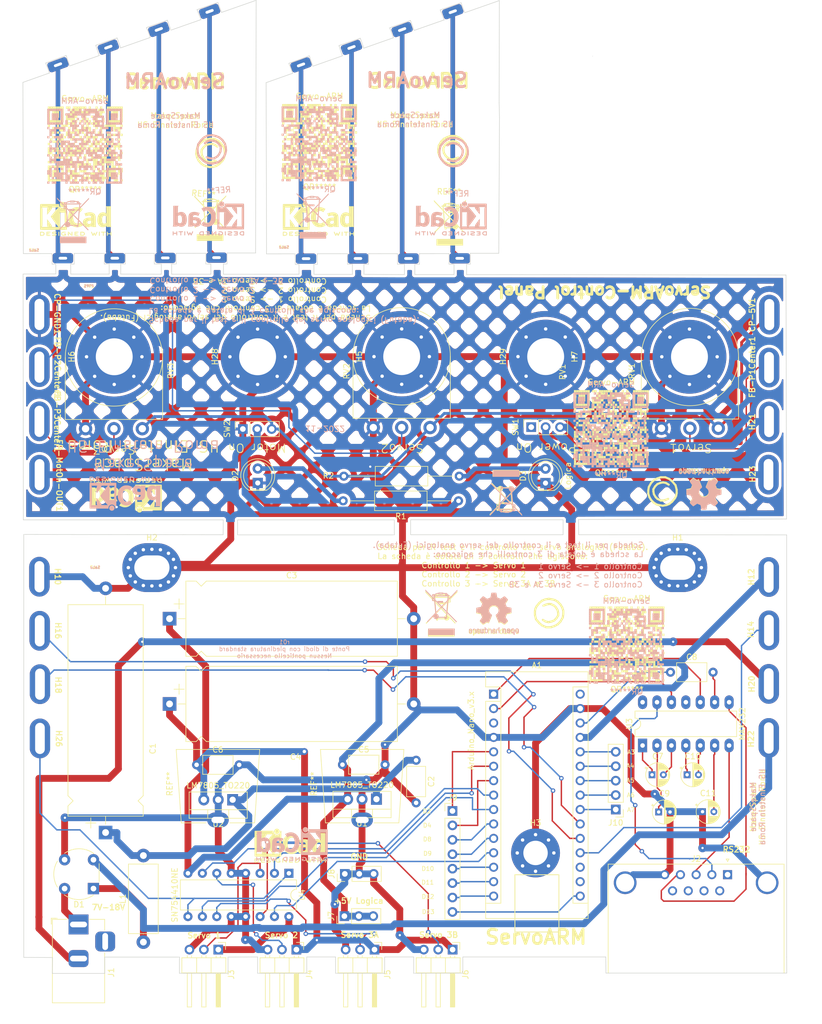
<source format=kicad_pcb>
(kicad_pcb (version 20211014) (generator pcbnew)
  (layers (0 "F.Cu" signal) (31 "B.Cu" signal) (34 "B.Paste" user) (35 "F.Paste" user) (36 "B.SilkS" user "B.Silkscreen") (37 "F.SilkS" user "F.Silkscreen") (38 "B.Mask" user) (39 "F.Mask" user) (44 "Edge.Cuts" user))
  (net 0 "")
  (net 1 "Net-(C1-Pad1)")
  (net 2 "/Unità Alimentazione/5V-CPU")
  (net 3 "/Unità CPU/Pot1")
  (net 5 "Net-(D2-Pad2)")
  (net 6 "Net-(D3-Pad2)")
  (net 7 "/Unità CPU/Pot2")
  (net 8 "/Unità CPU/Pot3")
  (net 12 "Net-(D1-Pad1)")
  (net 13 "Net-(D1-Pad4)")
  (net 14 "Net-(FB-P1Center1-Pad1)")
  (net 15 "Net-(FB-P2Center1-Pad1)")
  (net 16 "Net-(FB-P3Center1-Pad1)")
  (net 17 "Net-(J2-Pad2)")
  (net 18 "Net-(H21-Pad1)")
  (net 19 "Net-(H23-Pad1)")
  (net 20 "Net-(H20-Pad1)")
  (net 22 "GND")
  (net 23 "Net-(FP-MotOn-OUT1-Pad1)")
  (net 24 "Net-(FB-P1Center2-Pad1)")
  (net 25 "Net-(FB-P1Center3-Pad1)")
  (net 26 "Net-(FB-P2Center2-Pad1)")
  (net 27 "Net-(FB-P2Center3-Pad1)")
  (net 28 "Net-(FB-P3Center3-Pad1)")
  (net 29 "Net-(FB-P3Center4-Pad1)")
  (net 30 "Net-(FB-P3Center5-Pad1)")
  (net 31 "Net-(FB-P3Center6-Pad1)")
  (net 32 "Net-(A1-Pad1)")
  (net 33 "Net-(A1-Pad2)")
  (net 34 "Net-(A1-Pad28)")
  (net 35 "Net-(C7-Pad1)")
  (net 36 "Net-(C7-Pad2)")
  (net 37 "Net-(C8-Pad2)")
  (net 38 "Net-(C9-Pad1)")
  (net 39 "Net-(C10-Pad1)")
  (net 40 "Net-(C10-Pad2)")
  (net 41 "Net-(C11-Pad2)")
  (net 49 "Net-(J2-Pad3)")
  (net 50 "Net-(J2-Pad4)")
  (net 51 "Net-(J3-Pad2)")
  (net 52 "/Unità CPU/5VLogica")
  (net 53 "Net-(H26-Pad1)")
  (net 54 "Net-(J4-Pad2)")
  (net 55 "Net-(J5-Pad2)")
  (net 56 "Net-(J6-Pad2)")
  (net 57 "Net-(H22-Pad1)")
  (net 58 "/Unità Alimentazione/5V-SERVO")
  (net 59 "Net-(A1-Pad5)")
  (net 60 "Net-(A1-Pad6)")
  (net 61 "Net-(A1-Pad7)")
  (net 62 "Net-(A1-Pad8)")
  (net 63 "Net-(A1-Pad9)")
  (net 64 "Net-(A1-Pad10)")
  (net 65 "Net-(A1-Pad11)")
  (net 66 "Net-(A1-Pad12)")
  (net 67 "Net-(A1-Pad13)")
  (net 68 "Net-(A1-Pad14)")
  (net 69 "Net-(A1-Pad15)")
  (net 70 "Net-(A1-Pad16)")
  (net 71 "Net-(A1-Pad22)")
  (net 72 "Net-(A1-Pad23)")
  (net 73 "Net-(A1-Pad24)")
  (net 74 "Net-(A1-Pad25)")
  (net 75 "Net-(A1-Pad26)")
  (footprint "Symbol:Servo-ARM" (layer "F.Cu") (at 133.35 92.71)
    (fp_text reference "QR*****")
    (fp_text value "Servo-ARM")
  )
  (footprint "MountingHole:Asola" (layer "F.Cu") (at 161.1122 82.1436 180)
    (fp_text reference "FB-P1Center1")
    (fp_text value "FB-P1Center" hide)
  )
  (footprint "MountingHole:TenonePerAsola" (layer "F.Cu") (at 97.6122 62.9412)
    (fp_text reference "H19" hide)
    (fp_text value "MountingHole_Pad" hide)
  )
  (footprint "Package_TO_SOT_THT:TO-220-3_Vertical" (layer "F.Cu") (at 66.6496 158.242 180)
    (fp_text reference "U2")
    (fp_text value "LM7805_TO220")
  )
  (footprint "MountingHole:TenonePerAsola" (layer "F.Cu") (at 54.7878 62.8396)
    (fp_text reference "FB-P3Center6" hide)
    (fp_text value "FB-P3Center" hide)
  )
  (footprint "Connector_PinSocket_2.54mm:PinSocket_1x03_P2.54mm_Vertical" (layer "F.Cu") (at 68.4426 92.9644 90)
    (fp_text reference "SW2")
    (fp_text value "SwMotori")
  )
  (footprint "Connector_PinHeader_2.54mm:PinHeader_1x03_P2.54mm_Horizontal" (layer "F.Cu") (at 77.8749 184.6326 -90)
    (fp_text reference "J4")
    (fp_text value "Conn_01x03")
  )
  (footprint "MountingHole:TenonePerAsola" (layer "F.Cu") (at 35.8902 28.829 20)
    (fp_text reference "FB-P3Center3" hide)
    (fp_text value "FB-P3Center" hide)
  )
  (footprint "Capacitor_THT:C_Axial_L5.1mm_D3.1mm_P7.50mm_Horizontal" (layer "F.Cu") (at 143.7478 135.7884)
    (fp_text reference "C8")
    (fp_text value "100nF")
  )
  (footprint "Resistor_THT:R_Axial_DIN0309_L9.0mm_D3.2mm_P20.32mm_Horizontal" (layer "F.Cu") (at 86.233 101.2698)
    (fp_text reference "R2")
    (fp_text value "R")
  )
  (footprint "Diode_THT:Diode_Bridge_Round_D8.9mm" (layer "F.Cu") (at 42.1368 173.8884 180)
    (fp_text reference "D1")
    (fp_text value "D_Bridge_+A-A")
  )
  (footprint "Symbol:Servo-ARM" (layer "F.Cu") (at 81.9658 42.3418)
    (fp_text reference "QR*****")
    (fp_text value "Servo-ARM")
  )
  (footprint "MountingHole:TenonePerAsola" (layer "F.Cu") (at 87.5792 25.781 20)
    (fp_text reference "H15" hide)
    (fp_text value "MountingHole_Pad" hide)
  )
  (footprint "Connector_PinSocket_2.54mm:PinSocket_1x03_P2.54mm_Vertical" (layer "F.Cu") (at 119.2276 92.6338 90)
    (fp_text reference "SW1")
    (fp_text value "SwGenerale" hide)
  )
  (footprint "MountingHole:Asola" (layer "F.Cu") (at 161.0614 147.3708)
    (fp_text reference "H22")
    (fp_text value "MountingHole_Pad")
  )
  (footprint "MountingHole:Asola" (layer "F.Cu") (at 32.6136 82.0674 180)
    (fp_text reference "FB-P2Center1")
    (fp_text value "FB-P2Center")
  )
  (footprint "MountingHole:TenonePerAsola" (layer "F.Cu") (at 79.5782 62.9666)
    (fp_text reference "FB-P1Center3" hide)
    (fp_text value "FB-P1Center" hide)
  )
  (footprint "Symbol:Symbol_CC-ShareAlike_SilkscreenTop_Small" (layer "F.Cu") (at 122.3772 125.3744)
    (fp_text reference "REF**" hide)
    (fp_text value "Symbol_CC-ShareAlike_SilkscreenTop_Small")
  )
  (footprint "MountingHole:Asola" (layer "F.Cu") (at 32.7152 137.8966)
    (fp_text reference "H18")
    (fp_text value "MountingHole_Pad")
  )
  (footprint "Capacitor_THT:C_Axial_L5.1mm_D3.1mm_P7.50mm_Horizontal" (layer "F.Cu") (at 85.9882 152.0698)
    (fp_text reference "C5")
    (fp_text value "C")
  )
  (footprint "Symbol:Symbol_CC-ShareAlike_SilkscreenTop_Small" (layer "F.Cu") (at 142.3416 103.9622 180)
    (fp_text reference "REF**" hide)
    (fp_text value "Symbol_CC-ShareAlike_SilkscreenTop_Small")
  )
  (footprint "MountingHole:TenonePerAsola" (layer "F.Cu") (at 106.6292 62.9158)
    (fp_text reference "H25" hide)
    (fp_text value "MountingHole_Pad" hide)
  )
  (footprint "Heatsink:Heatsink_AAVID_576802B03900G" (layer "F.Cu") (at 64.0588 161.798 90)
    (fp_text reference "REF**")
    (fp_text value "Heatsink_AAVID_576802B03900G")
  )
  (footprint "Inductor_THT:L_Axial_L12.0mm_D5.0mm_P15.24mm_Horizontal_Fastron_MISC" (layer "F.Cu") (at 50.927 183.3118 90)
    (fp_text reference "L1")
    (fp_text value "L")
  )
  (footprint "Capacitor_THT:C_Axial_L5.1mm_D3.1mm_P7.50mm_Horizontal" (layer "F.Cu") (at 60.2996 152.0952)
    (fp_text reference "C6")
    (fp_text value "C")
  )
  (footprint "Symbol:WEEE-Logo_5.6x8mm_SilkScreen" (layer "F.Cu") (at 114.7318 104.1654 180)
    (fp_text reference "REF**" hide)
    (fp_text value "WEEE-Logo_5.6x8mm_SilkScreen" hide)
  )
  (footprint "Connector_PinHeader_2.54mm:PinHeader_1x03_P2.54mm_Horizontal" (layer "F.Cu") (at 64.12 184.6326 -90)
    (fp_text reference "J3")
    (fp_text value "Conn_01x03")
  )
  (footprint "MountingHole:Asola" (layer "F.Cu") (at 32.6136 72.7964 180)
    (fp_text reference "CP-GND1")
    (fp_text value "MountingHole_Pad" hide)
  )
  (footprint "MountingHole:MountingHole_6.5mm_Pad_Via" (layer "F.Cu") (at 121.773 80.2192 90)
    (fp_text reference "H29")
    (fp_text value "MountingHole_Pad" hide)
  )
  (footprint "Symbol:KiCad-Logo2_5mm_SilkScreen" (layer "F.Cu") (at 39.0144 55.9562)
    (fp_text reference "REF**" hide)
    (fp_text value "KiCad-Logo2_5mm_SilkScreen" hide)
  )
  (footprint "Potentiometer_THT:Potentiometer_Omeg_PC16BU_Vertical" (layer "F.Cu") (at 152.1714 92.837 90)
    (fp_text reference "RV1")
    (fp_text value "R_Potentiometer" hide)
  )
  (footprint "Package_DIP:DIP-14_W7.62mm_LongPads" (layer "F.Cu") (at 138.8364 148.6916 90)
    (fp_text reference "U3")
    (fp_text value "MAX232")
  )
  (footprint "MountingHole:MountingHole_6.5mm_Pad_Via" (layer "F.Cu") (at 147.0952 80.2446 90)
    (fp_text reference "H7")
    (fp_text value "MountingHole_Pad" hide)
  )
  (footprint "MountingHole:MountingHole_6.5mm_Pad_Via" (layer "F.Cu") (at 45.7961 80.2446 90)
    (fp_text reference "H6")
    (fp_text value "MountingHole_Pad" hide)
  )
  (footprint "Capacitor_THT:CP_Radial_D4.0mm_P2.00mm" (layer "F.Cu") (at 149.3954 160.3502)
    (fp_text reference "C11")
    (fp_text value "1uF")
  )
  (footprint "MountingHole:Asola" (layer "F.Cu") (at 161.1122 91.6432)
    (fp_text reference "H21")
    (fp_text value "MountingHole_Pad")
  )
  (footprint "Capacitor_THT:CP_Radial_D4.0mm_P2.00mm" (layer "F.Cu") (at 146.6776 153.8478)
    (fp_text reference "C10")
    (fp_text value "1uF")
  )
  (footprint "MountingHole:Asola" (layer "F.Cu") (at 161.0614 137.8458)
    (fp_text reference "H20")
    (fp_text value "MountingHole_Pad")
  )
  (footprint "Symbol:KiCad-Logo2_5mm_SilkScreen" (layer "F.Cu") (at 76.7842 166.3192)
    (fp_text reference "REF**" hide)
    (fp_text value "KiCad-Logo2_5mm_SilkScreen" hide)
  )
  (footprint "Connector_Dsub:DSUB-9_Female_Horizontal_P2.77x2.84mm_EdgePinOffset14.56mm_Housed_MountingHolesOffset15.98mm" (layer "F.Cu") (at 153.8098 171.4405)
    (fp_text reference "J2")
    (fp_text value "DB9_Female_MountingHoles")
  )
  (footprint "LED_THT:LED_D5.0mm" (layer "F.Cu") (at 121.7422 102.489 90)
    (fp_text reference "D3")
    (fp_text value "Logica")
  )
  (footprint "MountingHole:Asola" (layer "F.Cu") (at 161.163 72.8218 180)
    (fp_text reference "CP-5V1")
    (fp_text value "MountingHole_Pad" hide)
  )
  (footprint "MountingHole:TenonePerAsola" (layer "F.Cu") (at 36.7538 62.8904)
    (fp_text reference "H13" hide)
    (fp_text value "MountingHole_Pad" hide)
  )
  (footprint "Symbol:OSHW-Logo2_9.8x8mm_SilkScreen" (layer "F.Cu") (at 149.6314 103.3526 180)
    (fp_text reference "REF**" hide)
    (fp_text value "OSHW-Logo2_9.8x8mm_SilkScreen" hide)
  )
  (footprint "Symbol:WEEE-Logo_5.6x8mm_SilkScreen" (layer "F.Cu") (at 62.6872 55.8292)
    (fp_text reference "REF**" hide)
    (fp_text value "WEEE-Logo_5.6x8mm_SilkScreen" hide)
  )
  (footprint "Resistor_THT:R_Axial_DIN0309_L9.0mm_D3.2mm_P20.32mm_Horizontal" (layer "F.Cu") (at 106.426 105.6132 180)
    (fp_text reference "R1")
    (fp_text value "R")
  )
  (footprint "Capacitor_THT:CP_Axial_L37.0mm_D13.0mm_P43.00mm_Horizontal" (layer "F.Cu") (at 55.5382 141.3764)
    (fp_text reference "C4")
    (fp_text value "C_Polarized")
  )
  (footprint "MountingHole:TenonePerAsola" (layer "F.Cu") (at 63.8048 62.7888)
    (fp_text reference "FB-P2Center3" hide)
    (fp_text value "FB-P2Center" hide)
  )
  (footprint "Connector_PinHeader_2.54mm:PinHeader_1x03_P2.54mm_Horizontal" (layer "F.Cu") (at 91.6297 184.6326 -90)
    (fp_text reference "J5")
    (fp_text value "Conn_01x03")
  )
  (footprint "Symbol:Symbol_CC-ShareAlike_SilkscreenTop_Small" (layer "F.Cu") (at 105.3592 43.8658 180)
    (fp_text reference "REF**")
    (fp_text value "Symbol_CC-ShareAlike_SilkscreenTop_Small")
  )
  (footprint "Connector_PinHeader_2.54mm:PinHeader_1x03_P2.54mm_Vertical" (layer "F.Cu") (at 86.4004 171.2976 90)
    (fp_text reference "J8")
    (fp_text value "Conn_01x03")
  )
  (footprint "Potentiometer_THT:Potentiometer_Omeg_PC16BU_Vertical" (layer "F.Cu") (at 50.7453 92.9132 90)
    (fp_text reference "RV3")
    (fp_text value "R_Potentiometer" hide)
  )
  (footprint "MountingHole:TenonePerAsola" (layer "F.Cu") (at 62.5856 19.431 20)
    (fp_text reference "H27" hide)
    (fp_text value "MountingHole_Pad" hide)
  )
  (footprint "Capacitor_THT:CP_Radial_D4.0mm_P2.00mm" (layer "F.Cu") (at 141.6738 160.401)
    (fp_text reference "C9")
    (fp_text value "1uF")
  )
  (footprint "Connector_PinHeader_2.54mm:PinHeader_1x03_P2.54mm_Horizontal" (layer "F.Cu") (at 105.3846 184.6326 -90)
    (fp_text reference "J6")
    (fp_text value "Conn_01x03")
  )
  (footprint "MountingHole:TenonePerAsola" (layer "F.Cu") (at 53.6448 22.606 20)
    (fp_text reference "H31" hide)
    (fp_text value "MountingHole_Pad" hide)
  )
  (footprint "Potentiometer_THT:Potentiometer_Omeg_PC16BU_Vertical" (layer "F.Cu") (at 101.4183 92.7112 90)
    (fp_text reference "RV2")
    (fp_text value "R_Potentiometer" hide)
  )
  (footprint "Capacitor_THT:CP_Axial_L37.0mm_D13.0mm_P43.00mm_Horizontal" (layer "F.Cu") (at 44.2722 164.0194 90)
    (fp_text reference "C1")
    (fp_text value "C_Polarized")
  )
  (footprint "Package_DIP:DIP-16_W7.62mm" (layer "F.Cu") (at 76.5556 171.196 -90)
    (fp_text reference "U4")
    (fp_text value "SN754410NE")
  )
  (footprint "Symbol:KiCad-Logo2_5mm_SilkScreen" (layer "F.Cu") (at 81.7626 55.9562)
    (fp_text reference "REF**" hide)
    (fp_text value "KiCad-Logo2_5mm_SilkScreen" hide)
  )
  (footprint "Connector_BarrelJack:BarrelJack_Horizontal" (layer "F.Cu") (at 39.5047 180.2074 90)
    (fp_text reference "J1")
    (fp_text value "Barrel_Jack_MountingPin")
  )
  (footprint "MountingHole:MountingHole_6.5mm_Pad_Via" (layer "F.Cu") (at 96.4183 80.2192 90)
    (fp_text reference "H5")
    (fp_text value "MountingHole_Pad" hide)
  )
  (footprint "Package_TO_SOT_THT:TO-220-3_Vertical" (layer "F.Cu") (at 91.9734 158.1404 180)
    (fp_text reference "U1")
    (fp_text value "LM7805_TO220")
  )
  (footprint "MountingHole:Asola" (layer "F.Cu") (at 161.0106 100.9904)
    (fp_text reference "H23")
    (fp_text value "MountingHole_Pad" hide)
  )
  (footprint "MountingHole:Asola" (layer "F.Cu") (at 161.0614 119.0244)
    (fp_text reference "H12")
    (fp_text value "MountingHole_Pad")
  )
  (footprint "Symbol:Servo-ARM" (layer "F.Cu") (at 40.6908 42.7736)
    (fp_text reference "QR*****")
    (fp_text value "Servo-ARM")
  )
  (footprint "LED_THT:LED_D5.0mm" (layer "F.Cu") (at 71.0692 102.4686 90)
    (fp_text reference "D2")
    (fp_text value "Motori")
  )
  (footprint "Connector_PinHeader_2.54mm:PinHeader_1x03_P2.54mm_Vertical" (layer "F.Cu") (at 86.3242 178.7398 90)
    (fp_text reference "J7")
    (fp_text value "Conn_01x03")
  )
  (footprint "MountingHole:Asola" (layer "F.Cu") (at 161.0868 128.4224)
    (fp_text reference "H14")
    (fp_text value "MountingHole_Pad")
  )
  (footprint "Symbol:WEEE-Logo_5.6x8mm_SilkScreen" (layer "F.Cu") (at 104.902 56.642)
    (fp_text reference "REF**" hide)
    (fp_text value "WEEE-Logo_5.6x8mm_SilkScreen" hide)
  )
  (footprint "MountingHole:MountingHole_4.3mm_M4_Pad_Via" (layer "F.Cu") (at 119.9896 167.6146)
    (fp_text reference "H3")
    (fp_text value "MountingHole_Pad")
  )
  (footprint "Symbol:KiCad-Logo2_5mm_SilkScreen" (layer "F.Cu") (at 47.9044 104.6988 180)
    (fp_text reference "REF**" hide)
    (fp_text value "KiCad-Logo2_5mm_SilkScreen" hide)
  )
  (footprint "Connector_PinHeader_2.54mm:PinHeader_1x08_P2.54mm_Vertical" (layer "F.Cu") (at 105.3592 160.2232)
    (fp_text reference "J9")
    (fp_text value "Conn_01x08")
  )
  (footprint "Symbol:OSHW-Logo2_9.8x8mm_SilkScreen" (layer "F.Cu") (at 112.649 125.6284)
    (fp_text reference "REF**" hide)
    (fp_text value "OSHW-Logo2_9.8x8mm_SilkScreen" hide)
  )
  (footprint "Symbol:Symbol_CC-ShareAlike_SilkscreenTop_Small" (layer "F.Cu") (at 62.7634 44.3484 175)
    (fp_text reference "REF**")
    (fp_text value "Symbol_CC-ShareAlike_SilkscreenTop_Small")
  )
  (footprint "MountingHole:TenonePerAsola" (layer "F.Cu") (at 78.6892 28.8544 20)
    (fp_text reference "H30" hide)
    (fp_text value "MountingHole_Pad" hide)
  )
  (footprint "MountingHole:MountingHole_4.3x6.2mm_M4_Pad_Via" (layer "F.Cu") (at 145.034 117.3734)
    (fp_text reference "H1")
    (fp_text value "MountingHole_Pad")
  )
  (footprint "Heatsink:Heatsink_AAVID_576802B03900G" (layer "F.Cu") (at 89.4588 161.798 90)
    (fp_text reference "REF**")
    (fp_text value "Heatsink_AAVID_576802B03900G")
  )
  (footprint "MountingHole:Asola" (layer "F.Cu") (at 32.7152 147.447)
    (fp_text reference "H26")
    (fp_text value "MountingHole_Pad")
  )
  (footprint "MountingHole:TenonePerAsola" (layer "F.Cu") (at 88.7222 62.9412)
    (fp_text reference "FB-P2Center2" hide)
    (fp_text value "FB-P2Center" hide)
  )
  (footprint "Symbol:Servo-ARM" (layer "F.Cu") (at 136.0932 130.81)
    (fp_text reference "QR*****")
    (fp_text value "Servo-ARM")
  )
  (footprint "MountingHole:MountingHole_4.3x6.2mm_M4_Pad_Via" (layer "F.Cu") (at 52.4256 117.3734)
    (fp_text reference "H2")
    (fp_text value "MountingHole_Pad")
  )
  (footprint "MountingHole:TenonePerAsola" (layer "F.Cu") (at 45.8978 62.8904)
    (fp_text reference "FB-P1Center2" hide)
    (fp_text value "FB-P1Center" hide)
  )
  (footprint "Capacitor_THT:C_Axial_L5.1mm_D3.1mm_P7.50mm_Horizontal" (layer "F.Cu") (at 98.9584 151.2916 -90)
    (fp_text reference "C2")
    (fp_text value "C")
  )
  (footprint "MountingHole:Asola" (layer "F.Cu") (at 32.6136 118.9736)
    (fp_text reference "H10")
    (fp_text value "MountingHole_Pad")
  )
  (footprint "Capacitor_THT:CP_Axial_L37.0mm_D13.0mm_P43.00mm_Horizontal" (layer "F.Cu") (at 55.5382 126.365)
    (fp_text reference "C3")
    (fp_text value "C_Polarized")
  )
  (footprint "MountingHole:TenonePerAsola" (layer "F.Cu") (at 44.7548 25.7302 20)
    (fp_text reference "H17" hide)
    (fp_text value "MountingHole_Pad" hide)
  )
  (footprint "Module:Arduino_Nano" (layer "F.Cu") (at 112.6082 139.6492)
    (fp_text reference "A1")
    (fp_text value "Arduino_Nano_v3.x")
  )
  (footprint "Symbol:WEEE-Logo_5.6x8mm_SilkScreen" (layer "F.Cu") (at 103.4034 125.5014)
    (fp_text reference "REF**" hide)
    (fp_text value "WEEE-Logo_5.6x8mm_SilkScreen" hide)
  )
  (footprint "MountingHole:TenonePerAsola" (layer "F.Cu") (at 105.41 19.4818 20)
    (fp_text reference "FB-P3Center5" hide)
    (fp_text value "FB-P3Center" hide)
  )
  (footprint "MountingHole:Asola" (layer "F.Cu") (at 32.6136 91.6178 180)
    (fp_text reference "FB-P3Center1")
    (fp_text value "FB-P3Center" hide)
  )
  (footprint "MountingHole:MountingHole_6.5mm_Pad_Via" (layer "F.Cu") (at 71.0437 80.2446 90)
    (fp_text reference "H28")
    (fp_text value "MountingHole_Pad" hide)
  )
  (footprint "Connector_PinHeader_2.54mm:PinHeader_1x05_P2.54mm_Vertical" (layer "F.Cu") (at 134.112 159.9642 180)
    (fp_text reference "J10")
    (fp_text value "Conn_01x05")
  )
  (footprint "MountingHole:Asola" (layer "F.Cu") (at 32.6644 128.4986)
    (fp_text reference "H16")
    (fp_text value "MountingHole_Pad")
  )
  (footprint "MountingHole:TenonePerAsola" (layer "F.Cu") (at 96.4946 22.6314 20)
    (fp_text reference "FB-P3Center4" hide)
    (fp_text value "FB-P3Center" hide)
  )
  (footprint "Capacitor_THT:CP_Radial_D4.0mm_P2.00mm" (layer "F.Cu") (at 140.5054 153.8478)
    (fp_text reference "C7")
    (fp_text value "1uF")
  )
  (footprint "MountingHole:Asola" (layer "F.Cu") (at 32.639 101.0158)
    (fp_text reference "FP-MotOn-OUT1")
    (fp_text value "MountingHole_Pad")
  )
  (footprint "Symbol:OSHW-Logo2_9.8x8mm_SilkScreen" (layer "B.Cu") (at 112.649 125.5014 180)
    (fp_text reference "REF**" hide)
    (fp_text value "OSHW-Logo2_9.8x8mm_SilkScreen" hide)
  )
  (footprint "Symbol:OSHW-Logo2_9.8x8mm_SilkScreen" (layer "B.Cu") (at 149.631404 103.4796)
    (fp_text reference "REF**" hide)
    (fp_text value "OSHW-Logo2_9.8x8mm_SilkScreen" hide)
  )
  (footprint "Symbol:Servo-ARM" (layer "B.Cu") (at 135.9916 131.2164 180)
    (fp_text reference "QR*****")
    (fp_text value "Servo-ARM")
  )
  (footprint "Symbol:KiCad-Logo2_5mm_SilkScreen" (layer "B.Cu") (at 62.3824 55.88 180)
    (fp_text reference "REF**" hide)
    (fp_text value "KiCad-Logo2_5mm_SilkScreen" hide)
  )
  (footprint "Symbol:WEEE-Logo_5.6x8mm_SilkScreen" (layer "B.Cu") (at 80.748 55.4228 180)
    (fp_text reference "REF**" hide)
    (fp_text value "WEEE-Logo_5.6x8mm_SilkScreen" hide)
  )
  (footprint "Symbol:KiCad-Logo2_5mm_SilkScreen" (layer "B.Cu") (at 105.1306 55.88 180)
    (fp_text reference "REF**" hide)
    (fp_text value "KiCad-Logo2_5mm_SilkScreen" hide)
  )
  (footprint "Symbol:WEEE-Logo_5.6x8mm_SilkScreen" (layer "B.Cu") (at 114.808 104.2416)
    (fp_text reference "REF**" hide)
    (fp_text value "WEEE-Logo_5.6x8mm_SilkScreen" hide)
  )
  (footprint "Symbol:WEEE-Logo_5.6x8mm_SilkScreen" (layer "B.Cu") (at 103.4034 125.2474 180)
    (fp_text reference "REF**" hide)
    (fp_text value "WEEE-Logo_5.6x8mm_SilkScreen" hide)
  )
  (footprint "Symbol:Symbol_CC-ShareAlike_SilkscreenTop_Small" (layer "B.Cu") (at 105.559546 44.2214)
    (fp_text reference "REF**")
    (fp_text value "Symbol_CC-ShareAlike_SilkscreenTop_Small")
  )
  (footprint "Symbol:Servo-ARM" (layer "B.Cu") (at 40.5892 43.18 180)
    (fp_text reference "QR*****")
    (fp_text value "Servo-ARM")
  )
  (footprint "Symbol:Servo-ARM" (layer "B.Cu") (at 133.2484 93.1164 180)
    (fp_text reference "QR*****")
    (fp_text value "Servo-ARM")
  )
  (footprint "Symbol:KiCad-Logo2_5mm_SilkScreen" (layer "B.Cu") (at 77.1144 166.0398 180)
    (fp_text reference "REF**" hide)
    (fp_text value "KiCad-Logo2_5mm_SilkScreen" hide)
  )
  (footprint "Symbol:Servo-ARM" (layer "B.Cu") (at 81.8642 42.7482 180)
    (fp_text reference "QR*****")
    (fp_text value "Servo-ARM")
  )
  (footprint "Symbol:KiCad-Logo2_5mm_SilkScreen" (layer "B.Cu") (at 47.7266 104.3686)
    (fp_text reference "REF**" hide)
    (fp_text value "KiCad-Logo2_5mm_SilkScreen" hide)
  )
  (footprint "Symbol:WEEE-Logo_5.6x8mm_SilkScreen" (layer "B.Cu") (at 38.5332 56.2356 180)
    (fp_text reference "REF**" hide)
    (fp_text value "WEEE-Logo_5.6x8mm_SilkScreen" hide)
  )
  (footprint "Symbol:Symbol_CC-ShareAlike_SilkscreenTop_Small" (layer "B.Cu") (at 62.963746 43.7388 5)
    (fp_text reference "REF**")
    (fp_text value "Symbol_CC-ShareAlike_SilkscreenTop_Small")
  )
  (gr_rect (start 116.3574 171.45) (end 124.1044 181.5338) (layer "F.SilkS") (width 0.15) (fill none))
  (gr_line (start 29.7434 65.6717) (end 29.7942 108.966) (layer "Edge.Cuts") (width 0.1))
  (gr_line (start 57.277 188.7982) (end 65.8368 188.7982) (layer "Edge.Cuts") (width 0.1))
  (gr_line (start 95.6818 62.090467) (end 90.576435 62.09885) (layer "Edge.Cuts") (width 0.1))
  (gr_line (start 47.752 63.9064) (end 46.9392 63.9064) (layer "Edge.Cuts") (width 0.1))
  (gr_line (start 164.2364 188.7728) (end 164.211 185.9534) (layer "Edge.Cuts") (width 0.1))
  (gr_line (start 77.216 30.3276) (end 76.5556 28.575) (layer "Edge.Cuts") (width 0.1))
  (gr_line (start 164.211 111.6076) (end 164.211 185.9534) (layer "Edge.Cuts") (width 0.1))
  (gr_line (start 55.7784 22.733) (end 61.077467 20.876982) (layer "Edge.Cuts") (width 0.1))
  (gr_line (start 64.0461 17.8562) (end 64.702207 19.607403) (layer "Edge.Cuts") (width 0.1))
  (gr_line (start 95.6818 63.9572) (end 96.901 63.9572) (layer "Edge.Cuts") (width 0.1))
  (gr_line (start 113.573143 35.509164) (end 113.573143 35.509164) (layer "Edge.Cuts") (width 0.1))
  (gr_line (start 108.4834 62.0268) (end 108.4834 63.9572) (layer "Edge.Cuts") (width 0.1))
  (gr_line (start 89.1286 24.1554) (end 89.7382 25.908) (layer "Edge.Cuts") (width 0.1))
  (gr_line (start 81.5594 62.103) (end 81.5594 63.9826) (layer "Edge.Cuts") (width 0.1))
  (gr_line (start 44.1198 188.8236) (end 34.8996 188.8236) (layer "Edge.Cuts") (width 0.1))
  (gr_line (start 81.5594 63.9826) (end 80.9498 63.9826) (layer "Edge.Cuts") (width 0.1))
  (gr_line (start 71.0438 185.928) (end 71.0438 188.7982) (layer "Edge.Cuts") (width 0.1))
  (gr_line (start 72.5424 31.9786) (end 77.216 30.3276) (layer "Edge.Cuts") (width 0.1))
  (gr_line (start 43.146721 27.206419) (end 43.146721 27.206419) (layer "Edge.Cuts") (width 0.1))
  (gr_line (start 106.8705 17.907) (end 107.526607 19.658203) (layer "Edge.Cuts") (width 0.1))
  (gr_line (start 35.5092 63.9318) (end 35.5092 65.659) (layer "Edge.Cuts") (width 0.1))
  (gr_line (start 164.1856 108.8136) (end 127.5588 108.9152) (layer "Edge.Cuts") (width 0.1))
  (gr_line (start 52.8574 62.039667) (end 47.752035 62.04805) (layer "Edge.Cuts") (width 0.1))
  (gr_line (start 95.6818 62.090467) (end 95.6818 63.9572) (layer "Edge.Cuts") (width 0.1))
  (gr_line (start 60.3758 19.1262) (end 64.0461 17.8562) (layer "Edge.Cuts") (width 0.1))
  (gr_line (start 52.8574 63.9064) (end 54.0766 63.9064) (layer "Edge.Cuts") (width 0.1))
  (gr_line (start 164.1856 108.8136) (end 164.0967 65.8495) (layer "Edge.Cuts") (width 0.1))
  (gr_line (start 54.0766 65.7098) (end 46.9392 65.6844) (layer "Edge.Cuts") (width 0.1))
  (gr_line (start 34.82343 62.067758) (end 34.848785 63.936721) (layer "Edge.Cuts") (width 0.1))
  (gr_line (start 94.968066 24.071983) (end 94.3102 22.3266) (layer "Edge.Cuts") (width 0.1))
  (gr_line (start 78.3336 65.7098) (end 65.024056 65.71839) (layer "Edge.Cuts") (width 0.1))
  (gr_line (start 37.3253 27.2034) (end 37.9603 29.0322) (layer "Edge.Cuts") (width 0.1))
  (gr_line (start 80.9752 65.7352) (end 87.7316 65.7352) (layer "Edge.Cuts") (width 0.1))
  (gr_line (start 127.5842 111.5822) (end 164.211 111.6076) (layer "Edge.Cuts") (width 0.1))
  (gr_line (start 62.8142 65.7098) (end 55.9054 65.7098) (layer "Edge.Cuts") (width 0.1))
  (gr_line (start 37.9603 29.0322) (end 43.146721 27.206419) (layer "Edge.Cuts") (width 0.1))
  (gr_line (start 99.542652 62.084199) (end 99.5426 63.9572) (layer "Edge.Cuts") (width 0.1))
  (gr_line (start 104.7496 63.9572) (end 105.6386 63.9572) (layer "Edge.Cuts") (width 0.1))
  (gr_line (start 52.143666 24.021183) (end 51.4858 22.2758) (layer "Edge.Cuts") (width 0.1))
  (gr_line (start 90.5764 63.9572) (end 89.7636 63.9572) (layer "Edge.Cuts") (width 0.1))
  (gr_line (start 85.971121 27.257219) (end 85.971121 27.257219) (layer "Edge.Cuts") (width 0.1))
  (gr_line (start 43.146721 27.206419) (end 42.545 25.4) (layer "Edge.Cuts") (width 0.1))
  (gr_line (start 29.7942 108.966) (end 64.9986 108.966) (layer "Edge.Cuts") (width 0.1))
  (gr_line (start 52.8574 62.039667) (end 52.8574 63.9064) (layer "Edge.Cuts") (width 0.1))
  (gr_line (start 65.8876 185.9534) (end 65.8876 185.9534) (layer "Edge.Cuts") (width 0.1))
  (gr_line (start 46.3042 24.1046) (end 46.9138 25.8572) (layer "Edge.Cuts") (width 0.1))
  (gr_line (start 55.9054 63.9064) (end 55.9054 65.7098) (layer "Edge.Cuts") (width 0.1))
  (gr_line (start 96.901 65.7606) (end 89.7636 65.7352) (layer "Edge.Cuts") (width 0.1))
  (gr_line (start 61.9252 62.0268) (end 56.718252 62.033399) (layer "Edge.Cuts") (width 0.1))
  (gr_line (start 42.7736 62.0522) (end 42.7736 62.0522) (layer "Edge.Cuts") (width 0.1))
  (gr_line (start 35.5092 65.659) (end 29.7434 65.6717) (layer "Edge.Cuts") (width 0.1))
  (gr_line (start 61.077467 20.876982) (end 60.3758 19.1262) (layer "Edge.Cuts") (width 0.1))
  (gr_line (start 38.1254 63.9318) (end 38.1508 65.6844) (layer "Edge.Cuts") (width 0.1))
  (gr_line (start 29.8704 111.5314) (end 64.9732 111.5822) (layer "Edge.Cuts") (width 0.1))
  (gr_line (start 51.4858 22.2758) (end 55.1434 20.9804) (layer "Edge.Cuts") (width 0.1))
  (gr_line (start 103.901867 20.927782) (end 103.2002 19.177) (layer "Edge.Cuts") (width 0.1))
  (gr_line (start 86.868 62.103) (end 81.5594 62.103) (layer "Edge.Cuts") (width 0.1))
  (gr_line (start 29.8704 186.0042) (end 29.8704 111.5314) (layer "Edge.Cuts") (width 0.1))
  (gr_line (start 108.4834 63.9572) (end 107.8484 63.9572) (layer "Edge.Cuts") (width 0.1))
  (gr_line (start 64.9732 111.5822) (end 64.9986 108.966) (layer "Edge.Cuts") (width 0.1))
  (gr_line (start 98.5266 185.928) (end 98.5266 188.7982) (layer "Edge.Cuts") (width 0.1))
  (gr_line (start 132.3594 185.928) (end 132.3848 188.7728) (layer "Edge.Cuts") (width 0.1))
  (gr_line (start 47.752035 62.04805) (end 47.752 63.9064) (layer "Edge.Cuts") (width 0.1))
  (gr_line (start 84.7852 188.7982) (end 93.4212 188.7982) (layer "Edge.Cuts") (width 0.1))
  (gr_line (start 113.6142 17.526) (end 113.573143 35.509164) (layer "Edge.Cuts") (width 0.1))
  (gr_line (start 34.3916 30.2768) (end 33.7312 28.5242) (layer "Edge.Cuts") (width 0.1))
  (gr_line (start 113.5126 62.0268) (end 108.4834 62.0268) (layer "Edge.Cuts") (width 0.1))
  (gr_line (start 89.7382 25.908) (end 94.968066 24.071983) (layer "Edge.Cuts") (width 0.1))
  (gr_line (start 132.3848 188.7728) (end 164.2364 188.7728) (layer "Edge.Cuts") (width 0.1))
  (gr_line (start 61.9252 63.9064) (end 62.8142 63.9064) (layer "Edge.Cuts") (width 0.1))
  (gr_line (start 122.4026 65.786) (end 125.0442 65.786) (layer "Edge.Cuts") (width 0.1))
  (gr_line (start 94.3102 22.3266) (end 97.9678 21.0312) (layer "Edge.Cuts") (width 0.1))
  (gr_line (start 44.9072 63.9064) (end 44.9072 65.6844) (layer "Edge.Cuts") (width 0.1))
  (gr_line (start 34.848785 63.936721) (end 35.5092 63.9318) (layer "Edge.Cuts") (width 0.1))
  (gr_line (start 70.7898 17.4752) (end 70.6882 61.976) (layer "Edge.Cuts") (width 0.1))
  (gr_line (start 71.0438 185.928) (end 65.8368 185.9534) (layer "Edge.Cuts") (width 0.1))
  (gr_line (start 84.7598 185.928) (end 79.7052 185.928) (layer "Edge.Cuts") (width 0.1))
  (gr_line (start 103.2002 19.177) (end 106.8705 17.907) (layer "Edge.Cuts") (width 0.1))
  (gr_line (start 61.9252 62.0268) (end 61.9252 63.9064) (layer "Edge.Cuts") (width 0.1))
  (gr_line (start 86.868 62.103) (end 86.868 63.9572) (layer "Edge.Cuts") (width 0.1))
  (gr_line (start 104.7496 62.0776) (end 99.542652 62.084199) (layer "Edge.Cuts") (width 0.1))
  (gr_line (start 79.7052 188.7982) (end 79.7052 185.928) (layer "Edge.Cuts") (width 0.1))
  (gr_line (start 44.1198 185.9534) (end 44.1198 188.8236) (layer "Edge.Cuts") (width 0.1))
  (gr_line (start 98.5266 185.928) (end 93.4212 185.928) (layer "Edge.Cuts") (width 0.1))
  (gr_rect (start 97.9932 108.9406) (end 124.841 111.5822) (layer "Edge.Cuts") (width 0.1) (fill none))
  (gr_line (start 29.718 31.9278) (end 34.3916 30.2768) (layer "Edge.Cuts") (width 0.1))
  (gr_line (start 90.576435 62.09885) (end 90.5764 63.9572) (layer "Edge.Cuts") (width 0.1))
  (gr_line (start 85.598 62.103) (end 85.598 62.103) (layer "Edge.Cuts") (width 0.1))
  (gr_rect (start 67.5132 108.966) (end 95.123 111.6076) (layer "Edge.Cuts") (width 0.1) (fill none))
  (gr_line (start 77.64783 62.118558) (end 77.673185 63.987521) (layer "Edge.Cuts") (width 0.1))
  (gr_line (start 56.718252 62.033399) (end 56.7182 63.9064) (layer "Edge.Cuts") (width 0.1))
  (gr_line (start 98.7298 63.9572) (end 98.7298 65.7606) (layer "Edge.Cuts") (width 0.1))
  (gr_line (start 72.6186 62.1284) (end 72.5424 31.9786) (layer "Edge.Cuts") (width 0.1))
  (gr_line (start 107.526607 19.658203) (end 113.6142 17.526) (layer "Edge.Cuts") (width 0.1))
  (gr_line (start 76.5556 28.575) (end 80.1497 27.2542) (layer "Edge.Cuts") (width 0.1))
  (gr_line (start 105.6386 65.7606) (end 98.7298 65.7606) (layer "Edge.Cuts") (width 0.1))
  (gr_line (start 107.188 188.7728) (end 107.188 185.928) (layer "Edge.Cuts") (width 0.1))
  (gr_line (start 42.545 25.4) (end 46.3042 24.1046) (layer "Edge.Cuts") (width 0.1))
  (gr_line (start 84.7598 185.928) (end 84.7852 188.7982) (layer "Edge.Cuts") (width 0.1))
  (gr_line (start 34.925 186.0296) (end 29.8704 186.0042) (layer "Edge.Cuts") (width 0.1))
  (gr_line (start 55.1434 20.9804) (end 55.7784 22.733) (layer "Edge.Cuts") (width 0.1))
  (gr_line (start 34.82343 62.067758) (end 29.7942 62.0776) (layer "Edge.Cuts") (width 0.1))
  (gr_line (start 127.5588 108.9152) (end 127.5842 111.5822) (layer "Edge.Cuts") (width 0.1))
  (gr_line (start 105.6386 63.9572) (end 105.6386 65.7606) (layer "Edge.Cuts") (width 0.1))
  (gr_line (start 44.0436 63.9064) (end 44.9072 63.9064) (layer "Edge.Cuts") (width 0.1))
  (gr_line (start 122.4026 65.786) (end 107.848456 65.76919) (layer "Edge.Cuts") (width 0.1))
  (gr_line (start 113.6396 38.1) (end 113.5126 62.0268) (layer "Edge.Cuts") (width 0.1))
  (gr_line (start 104.7496 62.0776) (end 104.7496 63.9572) (layer "Edge.Cuts") (width 0.1))
  (gr_line (start 65.659 61.976) (end 65.659 63.9064) (layer "Edge.Cuts") (width 0.1))
  (gr_line (start 113.6396 38.1) (end 113.573143 35.509164) (layer "Edge.Cuts") (width 0.1))
  (gr_line (start 44.0436 62.0522) (end 44.0436 63.9064) (layer "Edge.Cuts") (width 0.1))
  (gr_line (start 64.702207 19.607403) (end 70.7898 17.4752) (layer "Edge.Cuts") (width 0.1))
  (gr_line (start 70.6882 61.976) (end 65.659 61.976) (layer "Edge.Cuts") (width 0.1))
  (gr_line (start 38.735 63.9318) (end 38.1254 63.9318) (layer "Edge.Cuts") (width 0.1))
  (gr_line (start 78.3336 63.9826) (end 78.3336 65.7098) (layer "Edge.Cuts") (width 0.1))
  (gr_line (start 56.7182 63.9064) (end 55.9054 63.9064) (layer "Edge.Cuts") (width 0.1))
  (gr_line (start 132.3594 185.928) (end 107.188 185.928) (layer "Edge.Cuts") (width 0.1))
  (gr_line (start 61.077467 20.876982) (end 61.077467 20.876982) (layer "Edge.Cuts") (width 0.1))
  (gr_line (start 34.8996 188.8236) (end 34.925 186.0296) (layer "Edge.Cuts") (width 0.1))
  (gr_line (start 65.659 63.9064) (end 65.024 63.9064) (layer "Edge.Cuts") (width 0.1))
  (gr_line (start 38.735 62.0522) (end 38.735 63.9318) (layer "Edge.Cuts") (width 0.1))
  (gr_line (start 85.971121 27.257219) (end 85.3694 25.4508) (layer "Edge.Cuts") (width 0.1))
  (gr_line (start 54.0766 63.9064) (end 54.0766 65.7098) (layer "Edge.Cuts") (width 0.1))
  (gr_line (start 71.0438 188.7982) (end 79.7052 188.7982) (layer "Edge.Cuts") (width 0.1))
  (gr_line (start 80.7847 29.083) (end 85.971121 27.257219) (layer "Edge.Cuts") (width 0.1))
  (gr_line (start 46.9138 25.8572) (end 52.143666 24.021183) (layer "Edge.Cuts") (width 0.1))
  (gr_line (start 65.8368 188.7982) (end 65.8368 185.9534) (layer "Edge.Cuts") (width 0.1))
  (gr_line (start 99.5426 63.9572) (end 98.7298 63.9572) (layer "Edge.Cuts") (width 0.1))
  (gr_line (start 77.673185 63.987521) (end 78.3336 63.9826) (layer "Edge.Cuts") (width 0.1))
  (gr_line (start 107.8484 63.9572) (end 107.848456 65.76919) (layer "Edge.Cuts") (width 0.1))
  (gr_line (start 80.9498 63.9826) (end 80.9752 65.7352) (layer "Edge.Cuts") (width 0.1))
  (gr_line (start 87.7316 63.9572) (end 87.7316 65.7352) (layer "Edge.Cuts") (width 0.1))
  (gr_line (start 89.7636 63.9572) (end 89.7636 65.7352) (layer "Edge.Cuts") (width 0.1))
  (gr_line (start 86.868 63.9572) (end 87.7316 63.9572) (layer "Edge.Cuts") (width 0.1))
  (gr_line (start 29.7942 62.0776) (end 29.718 31.9278) (layer "Edge.Cuts") (width 0.1))
  (gr_line (start 130.040121 27.308019) (end 130.040121 27.308019) (layer "Edge.Cuts") (width 0.1))
  (gr_line (start 57.277 185.9534) (end 44.1198 185.9534) (layer "Edge.Cuts") (width 0.1))
  (gr_line (start 164.0967 65.8495) (end 125.0442 65.786) (layer "Edge.Cuts") (width 0.1))
  (gr_line (start 62.8142 63.9064) (end 62.8142 65.7098) (layer "Edge.Cuts") (width 0.1))
  (gr_line (start 96.901 63.9572) (end 96.901 65.7606) (layer "Edge.Cuts") (width 0.1))
  (gr_line (start 46.9392 63.9064) (end 46.9392 65.6844) (layer "Edge.Cuts") (width 0.1))
  (gr_line (start 44.0436 62.0522) (end 38.735 62.0522) (layer "Edge.Cuts") (width 0.1))
  (gr_line (start 77.64783 62.118558) (end 72.6186 62.1284) (layer "Edge.Cuts") (width 0.1))
  (gr_line (start 98.5266 188.7982) (end 107.188 188.7728) (layer "Edge.Cuts") (width 0.1))
  (gr_line (start 57.277 185.9534) (end 57.277 188.7982) (layer "Edge.Cuts") (width 0.1))
  (gr_line (start 80.1497 27.2542) (end 80.7847 29.083) (layer "Edge.Cuts") (width 0.1))
  (gr_line (start 93.4212 188.7982) (end 93.4212 185.928) (layer "Edge.Cuts") (width 0.1))
  (gr_line (start 97.9678 21.0312) (end 98.6028 22.7838) (layer "Edge.Cuts") (width 0.1))
  (gr_line (start 98.6028 22.7838) (end 103.901867 20.927782) (layer "Edge.Cuts") (width 0.1))
  (gr_line (start 33.7312 28.5242) (end 37.3253 27.2034) (layer "Edge.Cuts") (width 0.1))
  (gr_line (start 103.901867 20.927782) (end 103.901867 20.927782) (layer "Edge.Cuts") (width 0.1))
  (gr_line (start 38.1508 65.6844) (end 44.9072 65.6844) (layer "Edge.Cuts") (width 0.1))
  (gr_line (start 85.3694 25.4508) (end 89.1286 24.1554) (layer "Edge.Cuts") (width 0.1))
  (gr_line (start 65.024 63.9064) (end 65.024056 65.71839) (layer "Edge.Cuts") (width 0.1))
  (gr_text "Scheda per il test e il controllo dei servo analogici (Futaba).\nLa scheda è dotata di 3 controlli che agiscono:\n" (at 139.0904 114.1984) (layer "B.SilkS") (effects (font (size 1 1)) (justify left mirror)))
  (gr_text "ServoARM" (at 99.1108 31.5468) (layer "B.SilkS") (effects (font (size 2.5 2.5) (thickness 0.5)) (justify mirror)))
  (gr_text "MakerSpace\nIIS Einstein Roma" (at 50.9016 97.5614 180) (layer "B.SilkS") (effects (font (size 2 2) (thickness 0.2)) (justify mirror)))
  (gr_text "r01\nPonte di diodi con piedinatura standard\nNessun ponticello necessario" (at 75.7682 131.699) (layer "B.SilkS") (effects (font (size 0.75 0.75) (thickness 0.12)) (justify mirror)))
  (gr_text "MakerSpace\nIIS Einstein Roma" (at 56.5912 38.608) (layer "B.SilkS") (effects (font (size 1 1)) (justify mirror)))
  (gr_text "SaLe" (at 42.4434 117.3226) (layer "B.SilkS") (effects (font (size 0.5 0.5) (thickness 0.12)) (justify mirror)))
  (gr_text "Controllo 1 -> Servo 1\nControllo 2 -> Servo 2\nControllo 3 -> Servo 3A e 3B\n" (at 51.9176 68.453 180) (layer "B.SilkS") (effects (font (size 1 1)) (justify left mirror)))
  (gr_text "Controllo 1 -> Servo 1\nControllo 2 -> Servo 2\nControllo 3 -> Servo 3A e 3B\n" (at 138.938 118.745) (layer "B.SilkS") (effects (font (size 1 1)) (justify left mirror)))
  (gr_text "MakerSpace\nIIS Einstein Roma" (at 98.7806 38.5064) (layer "B.SilkS") (effects (font (size 1 1)) (justify mirror)))
  (gr_text "SaLe" (at 31.6738 61.468) (layer "B.SilkS") (effects (font (size 0.5 0.5) (thickness 0.12)) (justify mirror)))
  (gr_text "Scheda per il test e il controllo dei servo analogici (Futaba).\nLa scheda è dotata di 3 controlli che agiscono:\n" (at 51.765198 72.999602 180) (layer "B.SilkS") (effects (font (size 1 1)) (justify left mirror)))
  (gr_text "11-2022" (at 82.931 92.8878 180) (layer "B.SilkS") (effects (font (size 1 1)) (justify mirror)))
  (gr_text "SaLe" (at 41.3258 67.7672 180) (layer "B.SilkS") (effects (font (size 0.5 0.5) (thickness 0.12)) (justify mirror)))
  (gr_text "SaLe" (at 75.692 60.9346) (layer "B.SilkS") (effects (font (size 0.5 0.5) (thickness 0.12)) (justify mirror)))
  (gr_text "MakerSpace\nIIS Einstein Roma" (at 159.1056 159.512 90) (layer "B.SilkS") (effects (font (size 1 1)) (justify mirror)))
  (gr_text "ServoARM" (at 56.4896 31.75) (layer "B.SilkS") (effects (font (size 2.5 2.5) (thickness 0.5)) (justify mirror)))
  (gr_text "Servo3" (at 45.7454 96.5708 180) (layer "F.SilkS") (effects (font (size 1.5 1.5))))
  (gr_text "A6" (at 136.7536 157.4292) (layer "F.SilkS") (effects (font (size 0.75 0.75) (thickness 0.12))))
  (gr_text "SaLe" (at 42.443401 117.297201) (layer "F.SilkS") (effects (font (size 0.5 0.5) (thickness 0.12))))
  (gr_text "7V-18V" (at 44.7802 177.1904) (layer "F.SilkS") (effects (font (size 1 1) (thickness 0.2))))
  (gr_text "D13" (at 101.092 177.9778) (layer "F.SilkS") (effects (font (size 0.75 0.75) (thickness 0.12))))
  (gr_text "+5V Logica" (at 88.8492 176.0474) (layer "F.SilkS") (effects (font (size 1 1) (thickness 0.2))))
  (gr_text "Servo 1" (at 61.6204 182.1434) (layer "F.SilkS") (effects (font (size 1 1) (thickness 0.2))))
  (gr_text "D11" (at 100.9904 172.7962) (layer "F.SilkS") (effects (font (size 0.75 0.75) (thickness 0.12))))
  (gr_text "GND" (at 88.9508 168.2496) (layer "F.SilkS") (effects (font (size 1 1) (thickness 0.2))))
  (gr_text "Servo 2" (at 75.2348 182.0926) (layer "F.SilkS") (effects (font (size 1 1) (thickness 0.2))))
  (gr_text "Servo1" (at 147.32 96.3422 180) (layer "F.SilkS") (effects (font (size 1.5 1.5))))
  (gr_text "D8" (at 100.9142 165.2016) (layer "F.SilkS") (effects (font (size 0.75 0.75) (thickness 0.12))))
  (gr_text "ServoARM" (at 120.0658 182.4228) (layer "F.SilkS") (effects (font (size 2.5 2.5) (thickness 0.5))))
  (gr_text "D4" (at 100.9142 162.7632) (layer "F.SilkS") (effects (font (size 0.75 0.75) (thickness 0.12))))
  (gr_text "D12" (at 101.0412 175.3108) (layer "F.SilkS") (effects (font (size 0.75 0.75) (thickness 0.12))))
  (gr_text "SaLe" (at 75.692001 60.909201) (layer "F.SilkS") (effects (font (size 0.5 0.5) (thickness 0.12))))
  (gr_text "A4" (at 136.6774 152.273) (layer "F.SilkS") (effects (font (size 0.75 0.75) (thickness 0.12))))
  (gr_text "RS232" (at 155.3718 167.005) (layer "F.SilkS") (effects (font (size 1 1) (thickness 0.2))))
  (gr_text "A5" (at 136.7028 154.8384) (layer "F.SilkS") (effects (font (size 0.75 0.75) (thickness 0.12))))
  (gr_text "A7" (at 136.8044 160.02) (layer "F.SilkS") (effects (font (size 0.75 0.75) (thickness 0.12))))
  (gr_text "D9" (at 100.965 167.7162) (layer "F.SilkS") (effects (font (size 0.75 0.75) (thickness 0.12))))
  (gr_text "Motor On" (at 70.9676 96.2914 180) (layer "F.SilkS") (effects (font (size 1.5 1.5))))
  (gr_text "D2" (at 100.8634 160.2486) (layer "F.SilkS") (effects (font (size 0.75 0.75) (thickness 0.12))))
  (gr_text "MakerSpace\nIIS Einstein Roma" (at 159.1056 159.512 90) (layer "F.SilkS") (effects (font (size 1 1))))
  (gr_text "ServoARM" (at 56.5404 31.8008) (layer "F.SilkS") (effects (font (size 2.5 2.5) (thickness 0.5))))
  (gr_text "ServoARM" (at 99.4664 31.6992) (layer "F.SilkS") (effects (font (size 2.5 2.5) (thickness 0.5))))
  (gr_text "SaLe" (at 31.673801 61.442601) (layer "F.SilkS") (effects (font (size 0.5 0.5) (thickness 0.12))))
  (gr_text "Servo 3B" (at 102.9208 182.0418) (layer "F.SilkS") (effects (font (size 1 1) (thickness 0.2))))
  (gr_text "Scheda per il test e il controllo dei servo analogici (Futaba).\nLa scheda è dotata di 3 controlli che agiscono:\n		Controllo 1 -> Servo 1\n		Controllo 2 -> Servo 2\n		Controllo 3 -> Servo 3A e 3B" (at 91.0844 70.1548 180) (layer "F.SilkS") (effects (font (size 1 1)) (justify left)))
  (gr_text "MakerSpace\nIIS Einstein Roma" (at 98.7806 38.5064) (layer "F.SilkS") (effects (font (size 1 1))))
  (gr_text "SaLe" (at 41.3258 67.7926 -180) (layer "F.SilkS") (effects (font (size 0.5 0.5) (thickness 0.12))))
  (gr_text "Servo 3A" (at 89.027 182.0418) (layer "F.SilkS") (effects (font (size 1 1) (thickness 0.2))))
  (gr_text "D10" (at 101.0158 170.3832) (layer "F.SilkS") (effects (font (size 0.75 0.75) (thickness 0.12))))
  (gr_text "MakerSpace\nIIS Einstein Roma" (at 50.9016 97.5614 180) (layer "F.SilkS") (effects (font (size 2 2) (thickness 0.2))))
  (gr_text "Scheda per il test e il controllo dei servo analogici (Futaba).\nLa scheda è dotata di 3 controlli che agiscono:\n		Controllo 1 -> Servo 1\n		Controllo 2 -> Servo 2\n		Controllo 3 -> Servo 3A e 3B" (at 92.0496 116.967) (layer "F.SilkS") (effects (font (size 1 1)) (justify left)))
  (gr_text "Servo2" (at 96.4946 96.3422 180) (layer "F.SilkS") (effects (font (size 1.5 1.5))))
  (gr_text "Power On" (at 121.8438 96.2406 180) (layer "F.SilkS") (effects (font (size 1.5 1.5))))
  (gr_text "ServoARM-Control Panel" (at 132.1308 68.8086 180) (layer "F.SilkS") (effects (font (size 2 2) (thickness 0.5))))
  (gr_text "MakerSpace\nIIS Einstein Roma" (at 56.5912 38.608) (layer "F.SilkS") (effects (font (size 1 1))))
  (gr_text "A3" (at 136.8298 149.86) (layer "F.SilkS") (effects (font (size 0.75 0.75) (thickness 0.12))))
  (via (at 50.7238 130.429) (size 1.5) (drill 0.4) (layers "F.Cu" "B.Cu") (net 0))
  (segment (start 91.599 156.3159) (end 70.3283 156.3159) (width 1.2) (layer "B.Cu") (net 1))
  (segment (start 91.9734 158.1404) (end 91.9734 156.6903) (width 1.2) (layer "B.Cu") (net 1))
  (segment (start 98.9584 151.2916) (end 97.3074 151.2916) (width 1.2) (layer "B.Cu") (net 1))
  (segment (start 70.3283 156.3159) (end 68.4022 158.242) (width 1.2) (layer "B.Cu") (net 1))
  (segment (start 66.6496 158.242) (end 68.4022 158.242) (width 1.2) (layer "B.Cu") (net 1))
  (segment (start 91.9734 156.6903) (end 91.599 156.3159) (width 1.2) (layer "B.Cu") (net 1))
  (segment (start 69.4944 161.0868) (end 66.6496 158.242) (width 1.2) (layer "B.Cu") (net 1))
  (segment (start 50.927 168.0718) (end 58.9788 168.0718) (width 1.2) (layer "B.Cu") (net 1))
  (segment (start 49.927 168.0718) (end 50.927 168.0718) (width 1.2) (layer "B.Cu") (net 1))
  (segment (start 69.4944 162.7378) (end 69.4944 161.0868) (width 1.2) (layer "B.Cu") (net 1))
  (segment (start 97.3074 151.2916) (end 92.2587 156.3403) (width 1.2) (layer "B.Cu") (net 1))
  (segment (start 91.9734 156.3403) (end 91.9734 156.6903) (width 1.2) (layer "B.Cu") (net 1))
  (segment (start 46.2723 164.0194) (end 46.2723 165.4172) (width 1.2) (layer "B.Cu") (net 1))
  (segment (start 60.1726 166.878) (end 65.3542 166.878) (width 1.2) (layer "B.Cu") (net 1))
  (segment (start 44.2722 164.0194) (end 46.2723 164.0194) (width 1.2) (layer "B.Cu") (net 1))
  (segment (start 58.9788 168.0718) (end 60.1726 166.878) (width 1.2) (layer "B.Cu") (net 1))
  (segment (start 46.2723 165.4172) (end 48.9269 168.0718) (width 1.2) (layer "B.Cu") (net 1))
  (segment (start 92.2587 156.3403) (end 91.9734 156.3403) (width 1.2) (layer "B.Cu") (net 1))
  (segment (start 65.3542 166.878) (end 69.4944 162.7378) (width 1.2) (layer "B.Cu") (net 1))
  (segment (start 49.927 168.0718) (end 48.9269 168.0718) (width 1.2) (layer "B.Cu") (net 1))
  (segment (start 55.5382 126.365) (end 55.5382 128.3651) (width 1.2) (layer "F.Cu") (net 2))
  (segment (start 86.8934 152.975) (end 85.9882 152.0698) (width 1.2) (layer "F.Cu") (net 2))
  (segment (start 58.7756 156.3167) (end 58.7756 171.196) (width 1.2) (layer "F.Cu") (net 2))
  (segment (start 86.3242 178.7398) (end 86.3242 176.028) (width 1.2) (layer "F.Cu") (net 2))
  (segment (start 86.3242 176.028) (end 82.677 172.3808) (width 1.2) (layer "F.Cu") (net 2))
  (segment (start 82.677 172.3808) (end 82.677 162.3568) (width 1.2) (layer "F.Cu") (net 2))
  (segment (start 55.5382 128.3651) (end 61.9086 134.7355) (width 1.2) (layer "F.Cu") (net 2))
  (segment (start 61.9086 134.7355) (end 61.9086 153.1837) (width 1.2) (layer "F.Cu") (net 2))
  (segment (start 61.9086 153.1837) (end 58.7756 156.3167) (width 1.2) (layer "F.Cu") (net 2))
  (segment (start 82.677 162.3568) (end 86.8934 158.1404) (width 1.2) (layer "F.Cu") (net 2))
  (segment (start 86.8934 158.1404) (end 86.8934 152.975) (width 1.2) (layer "F.Cu") (net 2))
  (segment (start 88.8642 178.7398) (end 86.3242 178.7398) (width 1.2) (layer "B.Cu") (net 2))
  (segment (start 145.354 134.1325) (end 95.1533 134.1325) (width 1.2) (layer "B.Cu") (net 2))
  (segment (start 76.2762 158.1404) (end 86.8934 158.1404) (width 1.2) (layer "B.Cu") (net 2))
  (segment (start 92.4052 144.6608) (end 85.9882 151.0778) (width 1.2) (layer "B.Cu") (net 2))
  (segment (start 91.4042 178.7398) (end 88.8642 178.7398) (width 1.2) (layer "B.Cu") (net 2))
  (segment (start 85.9882 151.0778) (end 85.9882 152.0698) (width 1.2) (layer "B.Cu") (net 2))
  (segment (start 66.0654 168.3512) (end 76.2762 158.1404) (width 1.2) (layer "B.Cu") (net 2))
  (segment (start 144.2478 138.5558) (end 146.2532 136.5504) (width 1.2) (layer "B.Cu") (net 2))
  (segment (start 95.1533 134.1325) (end 92.4052 136.8806) (width 1.2) (layer "B.Cu") (net 2))
  (segment (start 92.4052 136.8806) (end 92.4052 144.6608) (width 1.2) (layer "B.Cu") (net 2))
  (segment (start 146.2532 136.5504) (end 146.2532 135.0317) (width 1.2) (layer "B.Cu") (net 2))
  (segment (start 129.4483 147.2692) (end 138.1617 138.5558) (width 1.2) (layer "B.Cu") (net 2))
  (segment (start 127.8482 147.2692) (end 129.4483 147.2692) (width 1.2) (layer "B.Cu") (net 2))
  (segment (start 138.1617 138.5558) (end 144.2478 138.5558) (width 1.2) (layer "B.Cu") (net 2))
  (segment (start 160.4621 119.0244) (end 161.0614 119.0244) (width 1.2) (layer "B.Cu") (net 2))
  (segment (start 146.2532 135.0317) (end 145.354 134.1325) (width 1.2) (layer "B.Cu") (net 2))
  (segment (start 145.354 134.1325) (end 160.4621 119.0244) (width 1.2) (layer "B.Cu") (net 2))
  (segment (start 58.7756 171.196) (end 61.6204 168.3512) (width 1.2) (layer "B.Cu") (net 2))
  (segment (start 61.6204 168.3512) (end 66.0654 168.3512) (width 1.2) (layer "B.Cu") (net 2))
  (segment (start 156.2608 131.1233) (end 156.2608 159.626252) (width 0.25) (layer "B.Cu") (net 3))
  (segment (start 135.5344 163.1442) (end 131.0894 167.5892) (width 0.25) (layer "B.Cu") (net 3))
  (segment (start 158.9617 128.4224) (end 156.2608 131.1233) (width 0.25) (layer "B.Cu") (net 3))
  (segment (start 131.0894 167.5892) (end 127.8482 167.5892) (width 0.25) (layer "B.Cu") (net 3))
  (segment (start 152.742852 163.1442) (end 135.5344 163.1442) (width 0.25) (layer "B.Cu") (net 3))
  (segment (start 156.2608 159.626252) (end 152.742852 163.1442) (width 0.25) (layer "B.Cu") (net 3))
  (segment (start 161.0868 128.4224) (end 158.9617 128.4224) (width 0.25) (layer "B.Cu") (net 3))
  (segment (start 71.0692 99.9286) (end 79.0213 99.9286) (width 0.8) (layer "B.Cu") (net 5))
  (segment (start 79.0213 99.9286) (end 84.7059 105.6132) (width 0.8) (layer "B.Cu") (net 5))
  (segment (start 86.106 105.6132) (end 84.7059 105.6132) (width 0.8) (layer "B.Cu") (net 5))
  (segment (start 121.7422 99.949) (end 109.2739 99.949) (width 0.8) (layer "B.Cu") (net 6))
  (segment (start 109.2739 99.949) (end 107.9531 101.2698) (width 0.8) (layer "B.Cu") (net 6))
  (segment (start 106.553 101.2698) (end 107.9531 101.2698) (width 0.8) (layer "B.Cu") (net 6))
  (segment (start 115.2906 143.8656) (end 115.2906 149.6822) (width 0.25) (layer "F.Cu") (net 7))
  (segment (start 123.063 156.6418) (end 122.936 156.7688) (width 0.25) (layer "F.Cu") (net 7))
  (segment (start 126.0348 165.0492) (end 127.8482 165.0492) (width 0.25) (layer "F.Cu") (net 7))
  (segment (start 122.936 161.9504) (end 126.0348 165.0492) (width 0.25) (layer "F.Cu") (net 7))
  (segment (start 94.9452 136.8552) (end 94.9452 135.1534) (width 0.25) (layer "F.Cu") (net 7))
  (segment (start 115.2906 149.6822) (end 115.316 149.7076) (width 0.25) (layer "F.Cu") (net 7))
  (segment (start 94.9452 135.1534) (end 93.726 133.9342) (width 0.25) (layer "F.Cu") (net 7))
  (segment (start 93.726 133.9342) (end 89.9668 133.9342) (width 0.25) (layer "F.Cu") (net 7))
  (segment (start 119.6086 139.6746) (end 119.4816 139.6746) (width 0.25) (layer "F.Cu") (net 7))
  (segment (start 119.4816 139.6746) (end 115.2906 143.8656) (width 0.25) (layer "F.Cu") (net 7))
  (segment (start 122.936 156.7688) (end 122.936 161.9504) (width 0.25) (layer "F.Cu") (net 7))
  (via (at 119.6086 139.6746) (size 0.8) (drill 0.4) (layers "F.Cu" "B.Cu") (net 7))
  (via (at 94.9452 136.8552) (size 0.8) (drill 0.4) (layers "F.Cu" "B.Cu") (net 7))
  (via (at 115.316 149.7076) (size 0.8) (drill 0.4) (layers "F.Cu" "B.Cu") (net 7))
  (via (at 123.063 156.6418) (size 0.8) (drill 0.4) (layers "F.Cu" "B.Cu") (net 7))
  (via (at 89.9668 133.9342) (size 0.8) (drill 0.4) (layers "F.Cu" "B.Cu") (net 7))
  (segment (start 38.1 133.9342) (end 32.6644 128.4986) (width 0.25) (layer "B.Cu") (net 7))
  (segment (start 119.6086 139.6492) (end 119.6086 139.6746) (width 0.25) (layer "B.Cu") (net 7))
  (segment (start 115.316 149.7076) (end 116.1288 149.7076) (width 0.25) (layer "B.Cu") (net 7))
  (segment (start 96.1898 135.5852) (end 115.5446 135.5852) (width 0.25) (layer "B.Cu") (net 7))
  (segment (start 94.9452 136.8298) (end 96.1898 135.5852) (width 0.25) (layer "B.Cu") (net 7))
  (segment (start 94.9452 136.8552) (end 94.9452 136.8298) (width 0.25) (layer "B.Cu") (net 7))
  (segment (start 116.1288 149.7076) (end 123.063 156.6418) (width 0.25) (layer "B.Cu") (net 7))
  (segment (start 115.5446 135.5852) (end 119.6086 139.6492) (width 0.25) (layer "B.Cu") (net 7))
  (segment (start 89.9668 133.9342) (end 38.1 133.9342) (width 0.25) (layer "B.Cu") (net 7))
  (segment (start 124.5362 159.1972) (end 124.5362 154.4574) (width 0.25) (layer "F.Cu") (net 8))
  (segment (start 117.9576 143.7132) (end 119.7356 141.9352) (width 0.25) (layer "F.Cu") (net 8))
  (segment (start 91.4654 135.4328) (end 89.8906 135.4328) (width 0.25) (layer "F.Cu") (net 8))
  (segment (start 94.8817 138.8491) (end 91.4654 135.4328) (width 0.25) (layer "F.Cu") (net 8))
  (segment (start 127.8482 162.5092) (end 124.5362 159.1972) (width 0.25) (layer "F.Cu") (net 8))
  (segment (start 117.9576 148.9964) (end 117.9576 143.7132) (width 0.25) (layer "F.Cu") (net 8))
  (via (at 94.8817 138.8491) (size 0.8) (drill 0.4) (layers "F.Cu" "B.Cu") (net 8))
  (via (at 117.9576 148.9964) (size 0.8) (drill 0.4) (layers "F.Cu" "B.Cu") (net 8))
  (via (at 124.5362 154.4574) (size 0.8) (drill 0.4) (layers "F.Cu" "B.Cu") (net 8))
  (via (at 119.7356 141.9352) (size 0.8) (drill 0.4) (layers "F.Cu" "B.Cu") (net 8))
  (via (at 89.8906 135.4328) (size 0.8) (drill 0.4) (layers "F.Cu" "B.Cu") (net 8))
  (segment (start 97.1296 136.6012) (end 94.8817 138.8491) (width 0.25) (layer "B.Cu") (net 8))
  (segment (start 94.8817 138.8491) (end 94.7928 138.938) (width 0.25) (layer "B.Cu") (net 8))
  (segment (start 124.5362 154.4574) (end 119.0752 148.9964) (width 0.25) (layer "B.Cu") (net 8))
  (segment (start 83.439 135.4328) (end 83.4136 135.4074) (width 0.25) (layer "B.Cu") (net 8))
  (segment (start 35.2044 135.4074) (end 83.4136 135.4074) (width 0.25) (layer "B.Cu") (net 8))
  (segment (start 32.7152 137.8966) (end 35.2044 135.4074) (width 0.25) (layer "B.Cu") (net 8))
  (segment (start 119.0752 148.9964) (end 117.9576 148.9964) (width 0.25) (layer "B.Cu") (net 8))
  (segment (start 119.7356 141.9352) (end 114.4016 136.6012) (width 0.25) (layer "B.Cu") (net 8))
  (segment (start 83.4136 135.4074) (end 83.6168 135.4074) (width 0.25) (layer "B.Cu") (net 8))
  (segment (start 97.2312 136.6012) (end 97.1296 136.6012) (width 0.25) (layer "B.Cu") (net 8))
  (segment (start 114.4016 136.6012) (end 97.2312 136.6012) (width 0.25) (layer "B.Cu") (net 8))
  (segment (start 89.8906 135.4328) (end 83.439 135.4328) (width 0.25) (layer "B.Cu") (net 8))
  (segment (start 50.927 183.3118) (end 50.927 177.546) (width 1.2) (layer "F.Cu") (net 12))
  (segment (start 47.2694 173.8884) (end 42.1368 173.8884) (width 1.2) (layer "F.Cu") (net 12))
  (segment (start 50.927 177.546) (end 47.2694 173.8884) (width 1.2) (layer "F.Cu") (net 12))
  (segment (start 37.0568 173.8884) (end 37.0568 177.7595) (width 1.2) (layer "F.Cu") (net 13))
  (segment (start 37.0568 177.7595) (end 39.5047 180.2074) (width 1.2) (layer "F.Cu") (net 13))
  (segment (start 147.1714 92.837) (end 147.1714 95.965) (width 0.25) (layer "F.Cu") (net 14))
  (segment (start 157.099 95.8342) (end 157.099 84.2264) (width 0.25) (layer "F.Cu") (net 14))
  (segment (start 159.1818 82.1436) (end 161.1122 82.1436) (width 0.25) (layer "F.Cu") (net 14))
  (segment (start 147.1714 95.965) (end 147.6502 96.4438) (width 0.25) (layer "F.Cu") (net 14))
  (segment (start 156.4894 96.4438) (end 157.099 95.8342) (width 0.25) (layer "F.Cu") (net 14))
  (segment (start 157.099 84.2264) (end 159.1818 82.1436) (width 0.25) (layer "F.Cu") (net 14))
  (segment (start 147.6502 96.4438) (end 156.4894 96.4438) (width 0.25) (layer "F.Cu") (net 14))
  (segment (start 35.7632 78.9178) (end 32.6136 82.0674) (width 0.25) (layer "B.Cu") (net 15))
  (segment (start 96.4183 95.5803) (end 94.7674 97.2312) (width 0.25) (layer "B.Cu") (net 15))
  (segment (start 56.5912 89.7636) (end 56.0578 89.2302) (width 0.25) (layer "B.Cu") (net 15))
  (segment (start 35.7632 70.866) (end 35.7632 78.9178) (width 0.25) (layer "B.Cu") (net 15))
  (segment (start 76.454 89.7636) (end 56.5912 89.7636) (width 0.25) (layer "B.Cu") (net 15))
  (segment (start 56.0578 70.2818) (end 36.3474 70.2818) (width 0.25) (layer "B.Cu") (net 15))
  (segment (start 36.3474 70.2818) (end 35.7632 70.866) (width 0.25) (layer "B.Cu") (net 15))
  (segment (start 76.5556 92.6846) (end 76.5556 89.8652) (width 0.25) (layer "B.Cu") (net 15))
  (segment (start 94.7674 97.2312) (end 81.1022 97.2312) (width 0.25) (layer "B.Cu") (net 15))
  (segment (start 76.5556 89.8652) (end 76.454 89.7636) (width 0.25) (layer "B.Cu") (net 15))
  (segment (start 56.0578 89.2302) (end 56.0578 70.2818) (width 0.25) (layer "B.Cu") (net 15))
  (segment (start 96.4183 92.7112) (end 96.4183 95.5803) (width 0.25) (layer "B.Cu") (net 15))
  (segment (start 81.1022 97.2312) (end 76.5556 92.6846) (width 0.25) (layer "B.Cu") (net 15))
  (segment (start 32.6136 91.6178) (end 32.6136 92.837) (width 0.25) (layer "F.Cu") (net 16))
  (segment (start 45.7453 94.7675) (end 45.7453 92.9132) (width 0.25) (layer "F.Cu") (net 16))
  (segment (start 35.7632 95.9866) (end 44.5262 95.9866) (width 0.25) (layer "F.Cu") (net 16))
  (segment (start 44.5262 95.9866) (end 45.7453 94.7675) (width 0.25) (layer "F.Cu") (net 16))
  (segment (start 32.6136 92.837) (end 35.7632 95.9866) (width 0.25) (layer "F.Cu") (net 16))
  (segment (start 141.3764 141.0716) (end 141.3764 142.5967) (width 0.25) (layer "F.Cu") (net 17))
  (segment (start 137.541 166.1414) (end 137.541 159.2072) (width 0.25) (layer "F.Cu") (net 17))
  (segment (start 138.7094 167.3098) (end 137.541 166.1414) (width 0.25) (layer "F.Cu") (net 17))
  (via (at 138.7094 167.3098) (size 0.8) (drill 0.4) (layers "F.Cu" "B.Cu") (net 17))
  (via (at 137.541 159.2072) (size 0.8) (drill 0.4) (layers "F.Cu" "B.Cu") (net 17))
  (segment (start 151.0398 171.4405) (end 151.0398 169.658) (width 0.25) (layer "B.Cu") (net 17))
  (segment (start 136.8044 158.4706) (end 136.8044 145.4912) (width 0.25) (layer "B.Cu") (net 17))
  (segment (start 136.8044 145.4912) (end 138.3284 143.9672) (width 0.25) (layer "B.Cu") (net 17))
  (segment (start 149.987 168.6052) (end 147.2184 168.6052) (width 0.25) (layer "B.Cu") (net 17))
  (segment (start 140.97 143.9672) (end 141.3764 143.5608) (width 0.25) (layer "B.Cu") (net 17))
  (segment (start 137.541 159.2072) (end 136.8044 158.4706) (width 0.25) (layer "B.Cu") (net 17))
  (segment (start 147.0684 168.6052) (end 139.9794 168.6052) (width 0.25) (layer "B.Cu") (net 17))
  (segment (start 138.7094 167.3352) (end 138.7094 167.3098) (width 0.25) (layer "B.Cu") (net 17))
  (segment (start 138.3284 143.9672) (end 140.97 143.9672) (width 0.25) (layer "B.Cu") (net 17))
  (segment (start 151.0398 169.658) (end 150.7744 169.3926) (width 0.25) (layer "B.Cu") (net 17))
  (segment (start 139.9794 168.6052) (end 138.7094 167.3352) (width 0.25) (layer "B.Cu") (net 17))
  (segment (start 150.7744 169.3926) (end 149.987 168.6052) (width 0.25) (layer "B.Cu") (net 17))
  (segment (start 147.1307 168.6675) (end 147.0684 168.6052) (width 0.25) (layer "B.Cu") (net 17))
  (segment (start 141.3764 143.5608) (end 141.3764 141.0716) (width 0.25) (layer "B.Cu") (net 17))
  (segment (start 154.7453 95.885) (end 158.9871 91.6432) (width 1.2) (layer "B.Cu") (net 18))
  (segment (start 158.9871 91.6432) (end 161.1122 91.6432) (width 1.2) (layer "B.Cu") (net 18))
  (segment (start 128.7339 95.885) (end 154.7453 95.885) (width 1.2) (layer "B.Cu") (net 18))
  (segment (start 125.4827 92.6338) (end 128.7339 95.885) (width 1.2) (layer "B.Cu") (net 18))
  (segment (start 124.3076 92.6338) (end 125.4827 92.6338) (width 1.2) (layer "B.Cu") (net 18))
  (segment (start 121.7676 92.6338) (end 121.7676 94.2848) (width 1.2) (layer "B.Cu") (net 19))
  (segment (start 121.7676 94.2848) (end 128.4732 100.9904) (width 1.2) (layer "B.Cu") (net 19))
  (segment (start 128.4732 100.9904) (end 161.0106 100.9904) (width 1.2) (layer "B.Cu") (net 19))
  (segment (start 144.2212 130.429) (end 153.6446 130.429) (width 1.2) (layer "F.Cu") (net 20))
  (segment (start 32.5374 178.91118) (end 32.512 178.88578) (width 1.2) (layer "F.Cu") (net 20))
  (segment (start 32.5374 180.9242) (end 32.5374 178.91118) (width 1.2) (layer "F.Cu") (net 20))
  (segment (start 32.512 178.88578) (end 32.5374 178.86038) (width 0.25) (layer "F.Cu") (net 20))
  (segment (start 44.8564 154.4828) (end 32.5374 154.4828) (width 1.2) (layer "F.Cu") (net 20))
  (segment (start 46.5328 134.62) (end 46.5328 152.8064) (width 1.2) (layer "F.Cu") (net 20))
  (segment (start 50.7238 130.429) (end 46.5328 134.62) (width 1.2) (layer "F.Cu") (net 20))
  (segment (start 32.5374 154.4828) (end 32.5374 178.86038) (width 1.2) (layer "F.Cu") (net 20))
  (segment (start 39.5047 186.2074) (end 37.8206 186.2074) (width 0.25) (layer "F.Cu") (net 20))
  (segment (start 153.6446 130.429) (end 161.0614 137.8458) (width 1.2) (layer "F.Cu") (net 20))
  (segment (start 37.8206 186.2074) (end 32.5374 180.9242) (width 1.2) (layer "F.Cu") (net 20))
  (segment (start 46.5328 152.8064) (end 44.8564 154.4828) (width 1.2) (layer "F.Cu") (net 20))
  (via (at 144.2212 130.429) (size 1.5) (drill 0.4) (layers "F.Cu" "B.Cu") (net 20))
  (segment (start 144.2212 130.429) (end 144.2974 130.3528) (width 0.25) (layer "B.Cu") (net 20))
  (segment (start 50.7238 130.429) (end 144.2212 130.429) (width 1.2) (layer "B.Cu") (net 20))
  (segment (start 39.5047 186.2074) (end 40.3547 185.3574) (width 0.25) (layer "B.Cu") (net 20))
  (segment (start 96.5581 116.9035) (end 96.5581 106.6927) (width 1.2) (layer "F.Cu") (net 22))
  (segment (start 65.664452 181.1528) (end 62.5198 181.1528) (width 1.2) (layer "F.Cu") (net 22))
  (segment (start 96.4438 116.7892) (end 96.5581 116.9035) (width 1.2) (layer "F.Cu") (net 22))
  (segment (start 61.862971 116.7892) (end 66.3194 112.332771) (width 1.2) (layer "F.Cu") (net 22))
  (segment (start 116.8654 102.489) (end 114.4718 100.0954) (width 1.2) (layer "F.Cu") (net 22))
  (segment (start 96.3929 80.2446) (end 96.4183 80.2192) (width 1.2) (layer "F.Cu") (net 22))
  (segment (start 66.3956 178.816) (end 66.3956 180.421652) (width 1.2) (layer "F.Cu") (net 22))
  (segment (start 93.8366 153.6699) (end 93.4882 153.6699) (width 1.2) (layer "F.Cu") (net 22))
  (segment (start 84.646 176.6481) (end 84.646 181.0788) (width 1.2) (layer "F.Cu") (net 22))
  (segment (start 149.3954 160.3502) (end 149.3954 166.7447) (width 1.2) (layer "F.Cu") (net 22))
  (segment (start 52.451 116.7892) (end 61.862971 116.7892) (width 1.2) (layer "F.Cu") (net 22))
  (segment (start 98.5382 124.3649) (end 96.5581 122.3848) (width 1.2) (layer "F.Cu") (net 22))
  (segment (start 98.9584 158.7916) (end 98.9583 158.7916) (width 1.2) (layer "F.Cu") (net 22))
  (segment (start 98.5382 126.365) (end 98.5382 124.3649) (width 1.2) (layer "F.Cu") (net 22))
  (segment (start 91.4183 101.5529) (end 91.4183 92.7112) (width 1.2) (layer "F.Cu") (net 22))
  (segment (start 98.5382 141.3764) (end 98.5382 126.365) (width 1.2) (layer "F.Cu") (net 22))
  (segment (start 84.646 181.0788) (end 86.5497 182.9825) (width 1.2) (layer "F.Cu") (net 22))
  (segment (start 37.0568 161.469) (end 37.1094 161.4164) (width 1.2) (layer "F.Cu") (net 22))
  (segment (start 86.5497 184.6326) (end 86.5497 182.9825) (width 1.2) (layer "F.Cu") (net 22))
  (segment (start 139.1701 157.2295) (end 140.9785 157.2295) (width 1.2) (layer "F.Cu") (net 22))
  (segment (start 91.4804 171.2976) (end 91.4804 172.9477) (width 1.2) (layer "F.Cu") (net 22))
  (segment (start 126.365 117.3734) (end 126.365 107.1118) (width 1.2) (layer "F.Cu") (net 22))
  (segment (start 93.4882 152.8698) (end 91.6149 154.7431) (width 1.2) (layer "F.Cu") (net 22))
  (segment (start 136.8044 147.1676) (end 136.8044 154.8638) (width 1.2) (layer "F.Cu") (net 22))
  (segment (start 68.9356 171.196) (end 68.9356 178.816) (width 1.2) (layer "F.Cu") (net 22))
  (segment (start 88.9404 169.6475) (end 89.4334 169.1545) (width 1.2) (layer "F.Cu") (net 22))
  (segment (start 142.7298 171.4405) (end 143.6738 170.4965) (width 1.2) (layer "F.Cu") (net 22))
  (segment (start 90.2015 154.7431) (end 90.2015 155.5722) (width 1.2) (layer "F.Cu") (net 22))
  (segment (start 90.2015 155.5722) (end 89.4334 156.3403) (width 1.2) (layer "F.Cu") (net 22))
  (segment (start 71.0437 85.8267) (end 68.4426 88.4278) (width 1.2) (layer "F.Cu") (net 22))
  (segment (start 131.826 142.1892) (end 136.8044 147.1676) (width 1.2) (layer "F.Cu") (net 22))
  (segment (start 71.0692 102.4686) (end 69.1438 102.4686) (width 1.2) (layer "F.Cu") (net 22))
  (segment (start 44.2722 121.0194) (end 48.2208 121.0194) (width 1.2) (layer "F.Cu") (net 22))
  (segment (start 119.9896 148.2598) (end 126.0602 142.1892) (width 1.2) (layer "F.Cu") (net 22))
  (segment (start 114.4718 100.0954) (end 114.4718 80.2192) (width 1.2) (layer "F.Cu") (net 22))
  (segment (start 93.4882 152.0698) (end 93.4882 152.8698) (width 1.2) (layer "F.Cu") (net 22))
  (segment (start 52.4256 117.3734) (end 126.365 117.3734) (width 1.2) (layer "F.Cu") (net 22))
  (segment (start 119.9896 167.6146) (end 119.9896 148.2598) (width 1.2) (layer "F.Cu") (net 22))
  (segment (start 143.6738 170.4965) (end 143.6738 160.401) (width 1.2) (layer "F.Cu") (net 22))
  (segment (start 66.3194 112.332771) (end 66.3194 103.8906) (width 1.2) (layer "F.Cu") (net 22))
  (segment (start 147.0698 80.2192) (end 147.0952 80.2446) (width 1.2) (layer "F.Cu") (net 22))
  (segment (start 93.4882 153.6699) (end 93.4882 152.8698) (width 1.2) (layer "F.Cu") (net 22))
  (segment (start 96.4183 80.2192) (end 91.4183 85.2192) (width 1.2) (layer "F.Cu") (net 22))
  (segment (start 126.0602 142.1892) (end 127.8482 142.1892) (width 1.2) (layer "F.Cu") (net 22))
  (segment (start 96.4183 80.2192) (end 114.4718 80.2192) (width 1.2) (layer "F.Cu") (net 22))
  (segment (start 71.0437 80.2446) (end 96.3929 80.2446) (width 1.2) (layer "F.Cu") (net 22))
  (segment (start 62.5198 181.1528) (end 59.04 184.6326) (width 1.2) (layer "F.Cu") (net 22))
  (segment (start 98.9583 158.7916) (end 93.8366 153.6699) (width 1.2) (layer "F.Cu") (net 22))
  (segment (start 136.8044 154.8638) (end 139.1701 157.2295) (width 1.2) (layer "F.Cu") (net 22))
  (segment (start 96.0858 177.5531) (end 96.0858 182.0859) (width 1.2) (layer "F.Cu") (net 22))
  (segment (start 121.7422 102.489) (end 116.8654 102.489) (width 1.2) (layer "F.Cu") (net 22))
  (segment (start 37.0568 168.8084) (end 37.0568 161.469) (width 1.2) (layer "F.Cu") (net 22))
  (segment (start 38.3479 72.7964) (end 45.7961 80.2446) (width 1.2) (layer "F.Cu") (net 22))
  (segment (start 69.1438 102.4686) (end 68.4426 101.7674) (width 1.2) (layer "F.Cu") (net 22))
  (segment (start 96.5581 106.6927) (end 91.4183 101.5529) (width 1.2) (layer "F.Cu") (net 22))
  (segment (start 126.365 117.3734) (end 145.034 117.3734) (width 1.2) (layer "F.Cu") (net 22))
  (segment (start 40.7453 85.2954) (end 40.7453 92.9132) (width 1.2) (layer "F.Cu") (net 22))
  (segment (start 45.7961 80.2446) (end 40.7453 85.2954) (width 1.2) (layer "F.Cu") (net 22))
  (segment (start 48.2208 121.0194) (end 52.451 116.7892) (width 1.2) (layer "F.Cu") (net 22))
  (segment (start 126.365 107.1118) (end 121.7422 102.489) (width 1.2) (layer "F.Cu") (net 22))
  (segment (start 142.1714 85.1684) (end 142.1714 92.837) (width 1.2) (layer "F.Cu") (net 22))
  (segment (start 32.6136 72.7964) (end 38.3479 72.7964) (width 1.2) (layer "F.Cu") (net 22))
  (segment (start 64.1096 167.3099) (end 64.1096 158.242) (width 1.2) (layer "F.Cu") (net 22))
  (segment (start 93.4882 148.541) (end 93.4882 152.0698) (width 1.2) (layer "F.Cu") (net 22))
  (segment (start 114.4718 80.2192) (end 121.773 80.2192) (width 1.2) (layer "F.Cu") (net 22))
  (segment (start 127.8482 142.1892) (end 131.826 142.1892) (width 1.2) (layer "F.Cu") (net 22))
  (segment (start 68.9356 182.8546) (end 68.8848 182.9054) (width 1.2) (layer "F.Cu") (net 22))
  (segment (start 71.0437 80.2446) (end 71.0437 85.8267) (width 1.2) (layer "F.Cu") (net 22))
  (segment (start 89.4334 158.1404) (end 89.4334 156.3403) (width 1.2) (layer "F.Cu") (net 22))
  (segment (start 88.9404 171.2976) (end 88.9404 169.6475) (width 1.2) (layer "F.Cu") (net 22))
  (segment (start 68.4426 88.4278) (end 68.4426 92.9644) (width 1.2) (layer "F.Cu") (net 22))
  (segment (start 68.4426 101.7674) (end 68.4426 92.9644) (width 1.2) (layer "F.Cu") (net 22))
  (segment (start 68.9356 178.816) (end 68.9356 182.8546) (width 1.2) (layer "F.Cu") (net 22))
  (segment (start 66.3194 103.8906) (end 68.4426 101.7674) (width 1.2) (layer "F.Cu") (net 22))
  (segment (start 66.3956 169.5959) (end 64.1096 167.3099) (width 1.2) (layer "F.Cu") (net 22))
  (segment (start 89.4334 169.1545) (end 89.4334 158.1404) (width 1.2) (layer "F.Cu") (net 22))
  (segment (start 147.0952 80.2446) (end 142.1714 85.1684) (width 1.2) (layer "F.Cu") (net 22))
  (segment (start 91.4183 85.2192) (end 91.4183 92.7112) (width 1.2) (layer "F.Cu") (net 22))
  (segment (start 66.3956 180.421652) (end 65.664452 181.1528) (width 1.2) (layer "F.Cu") (net 22))
  (segment (start 45.7961 80.2446) (end 71.0437 80.2446) (width 1.2) (layer "F.Cu") (net 22))
  (segment (start 66.3956 171.196) (end 66.3956 169.5959) (width 1.2) (layer "F.Cu") (net 22))
  (segment (start 91.6149 154.7431) (end 90.2015 154.7431) (width 1.2) (layer "F.Cu") (net 22))
  (segment (start 121.773 80.2192) (end 147.0698 80.2192) (width 1.2) (layer "F.Cu") (net 22))
  (segment (start 91.4804 172.9477) (end 96.0858 177.5531) (width 1.2) (layer "F.Cu") (net 22))
  (segment (start 96.5581 122.3848) (end 96.5581 116.9035) (width 1.2) (layer "F.Cu") (net 22))
  (via (at 96.0858 182.0859) (size 1.5) (drill 0.4) (layers "F.Cu" "B.Cu") (net 22))
  (via (at 90.2015 154.7431) (size 1.5) (drill 0.4) (layers "F.Cu" "B.Cu") (net 22))
  (via (at 84.646 176.6481) (size 1.5) (drill 0.4) (layers "F.Cu" "B.Cu") (net 22))
  (via (at 93.4882 148.541) (size 1.5) (drill 0.4) (layers "F.Cu" "B.Cu") (net 22))
  (via (at 90.8812 99.5934) (size 0.8) (drill 0.4) (layers "F.Cu" "B.Cu") (net 22))
  (via (at 149.3954 166.7447) (size 1.5) (drill 0.4) (layers "F.Cu" "B.Cu") (net 22))
  (via (at 140.9785 157.2295) (size 1.5) (drill 0.4) (layers "F.Cu" "B.Cu") (net 22))
  (via (at 46.228 106.7054) (size 0.8) (drill 0.4) (layers "F.Cu" "B.Cu") (net 22))
  (via (at 37.1094 161.4164) (size 1.5) (drill 0.4) (layers "F.Cu" "B.Cu") (net 22))
  (via (at 68.8848 182.9054) (size 1.5) (drill 0.4) (layers "F.Cu" "B.Cu") (net 22))
  (segment (start 140.9785 157.2295) (end 143.7246 159.9756) (width 1.2) (layer "B.Cu") (net 22))
  (segment (start 44.2722 121.0194) (end 42.2721 121.0194) (width 1.2) (layer "B.Cu") (net 22))
  (segment (start 160.7698 172.8605) (end 154.654 166.7447) (width 1.2) (layer "B.Cu") (net 22))
  (segment (start 88.9404 171.2976) (end 91.4804 171.2976) (width 1.2) (layer "B.Cu") (net 22))
  (segment (start 98.6325 184.6326) (end 100.3046 184.6326) (width 1.2) (layer "B.Cu") (net 22))
  (segment (start 68.8848 182.9054) (end 69.7008 182.9054) (width 1.2) (layer "B.Cu") (net 22))
  (segment (start 86.4004 172.1226) (end 86.4004 172.9477) (width 1.2) (layer "B.Cu") (net 22))
  (segment (start 90.2015 154.7431) (end 72.0476 154.7431) (width 1.2) (layer "B.Cu") (net 22))
  (segment (start 143.7246 159.9756) (end 143.7246 160.3502) (width 1.2) (layer "B.Cu") (net 22))
  (segment (start 112.6082 147.2692) (end 121.1681 147.2692) (width 1.2) (layer "B.Cu") (net 22))
  (segment (start 96.0858 182.0859) (end 98.6325 184.6326) (width 1.2) (layer "B.Cu") (net 22))
  (segment (start 137.1898 171.4405) (end 142.7298 171.4405) (width 1.2) (layer "B.Cu") (net 22))
  (segment (start 71.1448 184.3494) (end 71.1448 184.6326) (width 1.2) (layer "B.Cu") (net 22))
  (segment (start 149.3954 160.3502) (end 143.7246 160.3502) (width 1.2) (layer "B.Cu") (net 22))
  (segment (start 121.1681 147.2692) (end 126.2481 142.1892) (width 1.2) (layer "B.Cu") (net 22))
  (segment (start 86.4004 172.9477) (end 84.646 174.7021) (width 1.2) (layer "B.Cu") (net 22))
  (segment (start 154.654 166.7447) (end 149.3954 166.7447) (width 1.2) (layer "B.Cu") (net 22))
  (segment (start 135.7698 172.8605) (end 137.1898 171.4405) (width 1.2) (layer "B.Cu") (net 22))
  (segment (start 64.1096 155.7852) (end 67.7996 152.0952) (width 1.2) (layer "B.Cu") (net 22))
  (segment (start 84.646 174.7021) (end 84.646 176.6481) (width 1.2) (layer "B.Cu") (net 22))
  (segment (start 99.5955 142.4337) (end 93.4882 148.541) (width 1.2) (layer "B.Cu") (net 22))
  (segment (start 112.6082 147.2692) (end 111.0081 147.2692) (width 1.2) (layer "B.Cu") (net 22))
  (segment (start 88.9404 171.2976) (end 87.2903 171.2976) (width 1.2) (layer "B.Cu") (net 22))
  (segment (start 40.2263 118.9736) (end 42.2721 121.0194) (width 1.2) (layer "B.Cu") (net 22))
  (segment (start 64.1096 158.242) (end 64.1096 161.4164) (width 1.2) (layer "B.Cu") (net 22))
  (segment (start 32.6136 118.9736) (end 40.2263 118.9736) (width 1.2) (layer "B.Cu") (net 22))
  (segment (start 68.9356 171.196) (end 66.3956 171.196) (width 1.2) (layer "B.Cu") (net 22))
  (segment (start 72.0476 154.7431) (end 69.3997 152.0952) (width 1.2) (layer "B.Cu") (net 22))
  (segment (start 66.3956 178.816) (end 68.9356 178.816) (width 1.2) (layer "B.Cu") (net 22))
  (segment (start 86.4653 172.1226) (end 87.2903 171.2976) (width 1.2) (layer "B.Cu") (net 22))
  (segment (start 143.7246 160.3502) (end 143.6738 160.401) (width 1.2) (layer "B.Cu") (net 22))
  (segment (start 67.7996 152.0952) (end 69.3997 152.0952) (width 1.2) (layer "B.Cu") (net 22))
  (segment (start 64.1096 158.242) (end 64.1096 155.7852) (width 1.2) (layer "B.Cu") (net 22))
  (segment (start 71.1448 184.6326) (end 72.7949 184.6326) (width 1.2) (layer "B.Cu") (net 22))
  (segment (start 86.4004 172.1226) (end 86.4653 172.1226) (width 1.2) (layer "B.Cu") (net 22))
  (segment (start 111.0081 147.2692) (end 106.1726 142.4337) (width 1.2) (layer "B.Cu") (net 22))
  (segment (start 106.1726 142.4337) (end 99.5955 142.4337) (width 1.2) (layer "B.Cu") (net 22))
  (segment (start 127.8482 142.1892) (end 126.2481 142.1892) (width 1.2) (layer "B.Cu") (net 22))
  (segment (start 64.1096 161.4164) (end 37.1094 161.4164) (width 1.2) (layer "B.Cu") (net 22))
  (segment (start 98.5382 141.3764) (end 99.5955 142.4337) (width 1.2) (layer "B.Cu") (net 22))
  (segment (start 86.4004 171.2976) (end 86.4004 172.1226) (width 1.2) (layer "B.Cu") (net 22))
  (segment (start 69.7008 182.9054) (end 71.1448 184.3494) (width 1.2) (layer "B.Cu") (net 22))
  (segment (start 106.426 105.6132) (end 104.8095 107.2297) (width 1.2) (layer "B.Cu") (net 23))
  (segment (start 68.834 104.2924) (end 68.834 101.9048) (width 1.2) (layer "B.Cu") (net 23))
  (segment (start 32.639 101.0158) (end 68.7324 101.0158) (width 1.2) (layer "B.Cu") (net 23))
  (segment (start 104.8095 107.2297) (end 71.7713 107.2297) (width 1.2) (layer "B.Cu") (net 23))
  (segment (start 70.9826 95.6896) (end 70.9826 92.9644) (width 1.2) (layer "B.Cu") (net 23))
  (segment (start 68.707 100.9904) (end 68.707 97.9652) (width 1.2) (layer "B.Cu") (net 23))
  (segment (start 68.7324 101.0158) (end 68.707 100.9904) (width 1.2) (layer "B.Cu") (net 23))
  (segment (start 68.707 97.9652) (end 70.9826 95.6896) (width 1.2) (layer "B.Cu") (net 23))
  (segment (start 71.7713 107.2297) (end 68.834 104.2924) (width 1.2) (layer "B.Cu") (net 23))
  (segment (start 44.7548 25.7302) (end 44.7548 61.7474) (width 0.8) (layer "F.Cu") (net 24))
  (segment (start 44.7548 61.7474) (end 45.8978 62.8904) (width 0.8) (layer "F.Cu") (net 24))
  (segment (start 44.7548 25.7302) (end 44.7548 61.7474) (width 0.8) (layer "B.Cu") (net 24))
  (segment (start 44.7548 61.7474) (end 45.8978 62.8904) (width 0.25) (layer "B.Cu") (net 24))
  (segment (start 78.6892 62.0776) (end 79.5782 62.9666) (width 0.8) (layer "F.Cu") (net 25))
  (segment (start 78.6892 28.8544) (end 78.6892 62.0776) (width 0.8) (layer "F.Cu") (net 25))
  (segment (start 78.6892 62.0776) (end 79.5782 62.9666) (width 0.25) (layer "B.Cu") (net 25))
  (segment (start 78.6892 28.8544) (end 78.6892 62.0776) (width 0.8) (layer "B.Cu") (net 25))
  (segment (start 87.5792 25.781) (end 87.5792 61.7982) (width 0.8) (layer "F.Cu") (net 26))
  (segment (start 87.5792 61.7982) (end 88.7222 62.9412) (width 0.8) (layer "F.Cu") (net 26))
  (segment (start 87.5792 61.7982) (end 88.7222 62.9412) (width 0.25) (layer "B.Cu") (net 26))
  (segment (start 87.5792 25.781) (end 87.5792 61.7982) (width 0.8) (layer "B.Cu") (net 26))
  (segment (start 62.5856 19.431) (end 62.5856 61.5696) (width 0.8) (layer "F.Cu") (net 27))
  (segment (start 62.5856 61.5696) (end 63.8048 62.7888) (width 0.8) (layer "F.Cu") (net 27))
  (segment (start 62.5856 19.431) (end 62.5856 61.5696) (width 0.8) (layer "B.Cu") (net 27))
  (segment (start 62.5856 61.5696) (end 63.8048 62.7888) (width 0.25) (layer "B.Cu") (net 27))
  (segment (start 35.8902 62.0268) (end 36.7538 62.8904) (width 0.8) (layer "F.Cu") (net 28))
  (segment (start 35.8902 28.829) (end 35.8902 62.0268) (width 0.8) (layer "F.Cu") (net 28))
  (segment (start 35.8902 28.829) (end 35.8902 62.0268) (width 0.8) (layer "B.Cu") (net 28))
  (segment (start 35.8902 62.0268) (end 36.7538 62.8904) (width 0.25) (layer "B.Cu") (net 28))
  (segment (start 96.4946 61.8236) (end 97.6122 62.9412) (width 0.8) (layer "F.Cu") (net 29))
  (segment (start 96.4946 22.6314) (end 96.4946 61.8236) (width 0.8) (layer "F.Cu") (net 29))
  (segment (start 96.4946 61.8236) (end 97.6122 62.9412) (width 0.25) (layer "B.Cu") (net 29))
  (segment (start 96.4946 22.6314) (end 96.4946 61.8236) (width 0.8) (layer "B.Cu") (net 29))
  (segment (start 106.0195 62.3062) (end 106.629 62.9158) (width 0.8) (layer "F.Cu") (net 30))
  (segment (start 106.0195 62.3062) (end 106.0196 62.3062) (width 0.8) (layer "F.Cu") (net 30))
  (segment (start 105.41 19.4818) (end 105.41 61.6966) (width 0.8) (layer "F.Cu") (net 30))
  (segment (start 106.0196 62.3062) (end 106.6292 62.9158) (width 0.8) (layer "F.Cu") (net 30))
  (segment (start 105.41 61.6966) (end 106.0195 62.3062) (width 0.8) (layer "F.Cu") (net 30))
  (segment (start 106.0195 62.3062) (end 106.0196 62.3062) (width 0.8) (layer "B.Cu") (net 30))
  (segment (start 105.41 61.6966) (end 106.0195 62.3062) (width 0.25) (layer "B.Cu") (net 30))
  (segment (start 106.0196 62.3062) (end 106.6292 62.9158) (width 0.8) (layer "B.Cu") (net 30))
  (segment (start 105.41 19.4818) (end 105.41 61.6966) (width 0.8) (layer "B.Cu") (net 30))
  (segment (start 106.0195 62.3062) (end 106.629 62.9158) (width 0.25) (layer "B.Cu") (net 30))
  (segment (start 53.6448 61.6966) (end 54.7878 62.8396) (width 0.8) (layer "F.Cu") (net 31))
  (segment (start 53.6448 22.606) (end 53.6448 61.6966) (width 0.8) (layer "F.Cu") (net 31))
  (segment (start 53.6448 61.6966) (end 54.7878 62.8396) (width 0.25) (layer "B.Cu") (net 31))
  (segment (start 53.6448 22.606) (end 53.6448 61.6966) (width 0.8) (layer "B.Cu") (net 31))
  (segment (start 148.9964 137.033) (end 145.3388 133.3754) (width 0.25) (layer "F.Cu") (net 32))
  (segment (start 145.3388 133.3754) (end 118.882 133.3754) (width 0.25) (layer "F.Cu") (net 32))
  (segment (start 118.882 133.3754) (end 112.6082 139.6492) (width 0.25) (layer "F.Cu") (net 32))
  (segment (start 148.9964 141.0716) (end 148.9964 137.033) (width 0.25) (layer "F.Cu") (net 32))
  (segment (start 113.7333 142.1892) (end 118.4831 137.4394) (width 0.25) (layer "F.Cu") (net 33))
  (segment (start 118.4831 137.4394) (end 142.0368 137.4394) (width 0.25) (layer "F.Cu") (net 33))
  (segment (start 112.6082 142.1892) (end 113.7333 142.1892) (width 0.25) (layer "F.Cu") (net 33))
  (segment (start 143.9164 139.319) (end 143.9164 141.0716) (width 0.25) (layer "F.Cu") (net 33))
  (segment (start 142.0368 137.4394) (end 143.9164 139.319) (width 0.25) (layer "F.Cu") (net 33))
  (segment (start 137.9141 135.7884) (end 143.7478 135.7884) (width 0.25) (layer "B.Cu") (net 34))
  (segment (start 128.9733 144.7292) (end 137.9141 135.7884) (width 0.25) (layer "B.Cu") (net 34))
  (segment (start 127.8482 144.7292) (end 128.9733 144.7292) (width 0.25) (layer "B.Cu") (net 34))
  (segment (start 138.8364 151.2537) (end 138.8364 148.6916) (width 0.25) (layer "F.Cu") (net 35))
  (segment (start 140.5054 153.8478) (end 140.5054 152.9227) (width 0.25) (layer "F.Cu") (net 35))
  (segment (start 140.5054 152.9227) (end 138.8364 151.2537) (width 0.25) (layer "F.Cu") (net 35))
  (segment (start 142.5054 153.8478) (end 143.9164 152.4368) (width 0.25) (layer "F.Cu") (net 36))
  (segment (start 143.9164 152.4368) (end 143.9164 148.6916) (width 0.25) (layer "F.Cu") (net 36))
  (segment (start 151.2478 135.7884) (end 151.2478 136.9135) (width 0.25) (layer "F.Cu") (net 37))
  (segment (start 151.2478 136.9135) (end 151.5364 137.2021) (width 0.25) (layer "F.Cu") (net 37))
  (segment (start 151.5364 137.2021) (end 151.5364 141.0716) (width 0.25) (layer "F.Cu") (net 37))
  (segment (start 141.4306 156.1611) (end 141.4306 150.2709) (width 0.25) (layer "F.Cu") (net 38))
  (segment (start 142.0536 159.0961) (end 142.0536 156.7841) (width 0.25) (layer "F.Cu") (net 38))
  (segment (start 141.4306 150.2709) (end 141.3764 150.2167) (width 0.25) (layer "F.Cu") (net 38))
  (segment (start 141.3764 148.6916) (end 141.3764 150.2167) (width 0.25) (layer "F.Cu") (net 38))
  (segment (start 141.6738 160.401) (end 141.6738 159.4759) (width 0.25) (layer "F.Cu") (net 38))
  (segment (start 142.0536 156.7841) (end 141.4306 156.1611) (width 0.25) (layer "F.Cu") (net 38))
  (segment (start 141.6738 159.4759) (end 142.0536 159.0961) (width 0.25) (layer "F.Cu") (net 38))
  (segment (start 146.4564 152.7015) (end 146.4564 148.6916) (width 0.25) (layer "F.Cu") (net 39))
  (segment (start 146.6776 152.9227) (end 146.4564 152.7015) (width 0.25) (layer "F.Cu") (net 39))
  (segment (start 146.6776 153.8478) (end 146.6776 152.9227) (width 0.25) (layer "F.Cu") (net 39))
  (segment (start 148.6776 150.5355) (end 148.9964 150.2167) (width 0.25) (layer "F.Cu") (net 40))
  (segment (start 148.6776 153.8478) (end 148.6776 150.5355) (width 0.25) (layer "F.Cu") (net 40))
  (segment (start 148.9964 148.6916) (end 148.9964 150.2167) (width 0.25) (layer "F.Cu") (net 40))
  (segment (start 151.3954 150.3577) (end 151.5364 150.2167) (width 0.25) (layer "F.Cu") (net 41))
  (segment (start 151.5364 148.6916) (end 151.5364 150.2167) (width 0.25) (layer "F.Cu") (net 41))
  (segment (start 151.3954 160.3502) (end 151.3954 150.3577) (width 0.25) (layer "F.Cu") (net 41))
  (segment (start 154.0764 148.6916) (end 154.0764 164.846) (width 0.25) (layer "F.Cu") (net 49))
  (segment (start 154.0764 164.846) (end 148.2698 170.6526) (width 0.25) (layer "F.Cu") (net 49))
  (segment (start 148.2698 170.6526) (end 148.2698 171.4405) (width 0.25) (layer "F.Cu") (net 49))
  (segment (start 157.0482 171.5436) (end 157.0482 171.196) (width 0.25) (layer "F.Cu") (net 50))
  (segment (start 157.0482 171.196) (end 157.0482 145.5685) (width 0.25) (layer "F.Cu") (net 50))
  (segment (start 157.0482 145.5685) (end 154.0764 142.5967) (width 0.25) (layer "F.Cu") (net 50))
  (segment (start 154.94 176.0982) (end 157.0482 173.99) (width 0.25) (layer "F.Cu") (net 50))
  (segment (start 157.0482 173.99) (end 157.0482 171.196) (width 0.25) (layer "F.Cu") (net 50))
  (segment (start 142.1384 175.6918) (end 142.5448 176.0982) (width 0.25) (layer "F.Cu") (net 50))
  (segment (start 142.1384 174.244) (end 142.1384 175.6918) (width 0.25) (layer "F.Cu") (net 50))
  (segment (start 154.0764 142.5967) (end 154.0764 141.0716) (width 0.25) (layer "F.Cu") (net 50))
  (segment (start 144.9419 171.4405) (end 142.1384 174.244) (width 0.25) (layer "F.Cu") (net 50))
  (segment (start 142.5448 176.0982) (end 154.94 176.0982) (width 0.25) (layer "F.Cu") (net 50))
  (segment (start 145.4998 171.4405) (end 144.9419 171.4405) (width 0.25) (layer "F.Cu") (net 50))
  (segment (start 65.5379 182.5875) (end 67.5894 180.536) (width 0.25) (layer "F.Cu") (net 51))
  (segment (start 71.4756 169.4434) (end 71.4756 171.196) (width 0.25) (layer "F.Cu") (net 51))
  (segment (start 67.5894 180.536) (end 67.5894 170.18) (width 0.25) (layer "F.Cu") (net 51))
  (segment (start 61.58 184.6326) (end 63.6251 182.5875) (width 0.25) (layer "F.Cu") (net 51))
  (segment (start 67.5894 170.18) (end 68.326 169.4434) (width 0.25) (layer "F.Cu") (net 51))
  (segment (start 68.326 169.4434) (end 71.4756 169.4434) (width 0.25) (layer "F.Cu") (net 51))
  (segment (start 63.6251 182.5875) (end 65.5379 182.5875) (width 0.25) (layer "F.Cu") (net 51))
  (segment (start 152.1714 92.837) (end 156.2862 88.7222) (width 0.5) (layer "F.Cu") (net 52))
  (segment (start 156.2862 77.6986) (end 161.163 72.8218) (width 0.5) (layer "F.Cu") (net 52))
  (segment (start 156.2862 88.7222) (end 156.2862 77.6986) (width 0.5) (layer "F.Cu") (net 52))
  (segment (start 149.5552 90.2208) (end 103.9087 90.2208) (width 0.5) (layer "B.Cu") (net 52))
  (segment (start 101.4183 92.7112) (end 92.8597 101.2698) (width 0.5) (layer "B.Cu") (net 52))
  (segment (start 73.5226 91.836) (end 72.4662 90.7796) (width 0.5) (layer "B.Cu") (net 52))
  (segment (start 103.9087 90.2208) (end 101.4183 92.7112) (width 0.5) (layer "B.Cu") (net 52))
  (segment (start 86.233 101.2698) (end 83.0031 101.2698) (width 0.5) (layer "B.Cu") (net 52))
  (segment (start 152.1714 92.837) (end 149.5552 90.2208) (width 0.5) (layer "B.Cu") (net 52))
  (segment (start 73.5226 92.9644) (end 73.5226 91.836) (width 0.5) (layer "B.Cu") (net 52))
  (segment (start 52.8789 90.7796) (end 50.7453 92.9132) (width 0.5) (layer "B.Cu") (net 52))
  (segment (start 73.5226 92.9644) (end 74.6977 92.9644) (width 0.5) (layer "B.Cu") (net 52))
  (segment (start 83.0031 101.2698) (end 74.6977 92.9644) (width 0.5) (layer "B.Cu") (net 52))
  (segment (start 92.8597 101.2698) (end 86.233 101.2698) (width 0.5) (layer "B.Cu") (net 52))
  (segment (start 72.4662 90.7796) (end 52.8789 90.7796) (width 0.5) (layer "B.Cu") (net 52))
  (segment (start 59.9007 175.6156) (end 51.8225 175.6156) (width 0.25) (layer "B.Cu") (net 53))
  (segment (start 35.687 163.5506) (end 32.7152 160.5788) (width 0.25) (layer "B.Cu") (net 53))
  (segment (start 39.7575 163.5506) (end 35.687 163.5506) (width 0.25) (layer "B.Cu") (net 53))
  (segment (start 58.7756 176.7407) (end 59.9007 175.6156) (width 0.25) (layer "B.Cu") (net 53))
  (segment (start 51.8225 175.6156) (end 39.7575 163.5506) (width 0.25) (layer "B.Cu") (net 53))
  (segment (start 72.136 175.6156) (end 59.9007 175.6156) (width 0.25) (layer "B.Cu") (net 53))
  (segment (start 32.7152 160.5788) (end 32.7152 147.447) (width 0.25) (layer "B.Cu") (net 53))
  (segment (start 58.7756 178.816) (end 58.7756 176.7407) (width 0.25) (layer "B.Cu") (net 53))
  (segment (start 76.5556 171.196) (end 72.136 175.6156) (width 0.25) (layer "B.Cu") (net 53))
  (segment (start 70.8152 181.9402) (end 70.2935 181.4185) (width 0.25) (layer "F.Cu") (net 54))
  (segment (start 70.2935 173.2905) (end 70.231 173.228) (width 0.25) (layer "F.Cu") (net 54))
  (segment (start 70.2935 181.4185) (end 70.2935 173.2905) (width 0.25) (layer "F.Cu") (net 54))
  (via (at 70.231 173.228) (size 0.8) (drill 0.4) (layers "F.Cu" "B.Cu") (net 54))
  (via (at 70.8152 181.9402) (size 0.8) (drill 0.4) (layers "F.Cu" "B.Cu") (net 54))
  (segment (start 70.231 173.228) (end 64.8208 173.228) (width 0.25) (layer "B.Cu") (net 54))
  (segment (start 64.8208 173.228) (end 63.8556 172.2628) (width 0.25) (layer "B.Cu") (net 54))
  (segment (start 63.8556 172.2628) (end 63.8556 171.196) (width 0.25) (layer "B.Cu") (net 54))
  (segment (start 71.882 183.007) (end 74.7776 183.007) (width 0.25) (layer "B.Cu") (net 54))
  (segment (start 75.3349 183.5643) (end 75.3349 184.6326) (width 0.25) (layer "B.Cu") (net 54))
  (segment (start 70.8152 181.9402) (end 71.882 183.007) (width 0.25) (layer "B.Cu") (net 54))
  (segment (start 74.7776 183.007) (end 75.3349 183.5643) (width 0.25) (layer "B.Cu") (net 54))
  (segment (start 76.5302 176.0728) (end 76.5302 176.4623) (width 0.25) (layer "F.Cu") (net 55))
  (segment (start 79.5274 179.4595) (end 79.5274 181.8386) (width 0.25) (layer "F.Cu") (net 55))
  (segment (start 89.0897 182.9951) (end 89.0897 184.6326) (width 0.25) (layer "F.Cu") (net 55))
  (segment (start 91.567 181.8386) (end 90.2462 181.8386) (width 0.25) (layer "F.Cu") (net 55))
  (segment (start 76.5302 176.4623) (end 79.5274 179.4595) (width 0.25) (layer "F.Cu") (net 55))
  (segment (start 90.2462 181.8386) (end 89.0897 182.9951) (width 0.25) (layer "F.Cu") (net 55))
  (via (at 91.567 181.8386) (size 0.8) (drill 0.4) (layers "F.Cu" "B.Cu") (net 55))
  (via (at 76.5302 176.0728) (size 0.8) (drill 0.4) (layers "F.Cu" "B.Cu") (net 55))
  (via (at 79.5274 181.8386) (size 0.8) (drill 0.4) (layers "F.Cu" "B.Cu") (net 55))
  (segment (start 76.2 175.7426) (end 73.281792 175.7426) (width 0.25) (layer "B.Cu") (net 55))
  (segment (start 76.5302 176.0728) (end 76.2 175.7426) (width 0.25) (layer "B.Cu") (net 55))
  (segment (start 64.5558 176.5156) (end 63.8556 177.2158) (width 0.25) (layer "B.Cu") (net 55))
  (segment (start 73.281792 175.7426) (end 72.508792 176.5156) (width 0.25) (layer "B.Cu") (net 55))
  (segment (start 91.567 181.8386) (end 79.5274 181.8386) (width 0.25) (layer "B.Cu") (net 55))
  (segment (start 63.8556 177.2158) (end 63.8556 178.816) (width 0.25) (layer "B.Cu") (net 55))
  (segment (start 72.508792 176.5156) (end 64.5558 176.5156) (width 0.25) (layer "B.Cu") (net 55))
  (segment (start 101.092 174.7774) (end 92.2274 165.9128) (width 0.25) (layer "F.Cu") (net 56))
  (segment (start 72.7456 165.7096) (end 72.7456 177.546) (width 0.25) (layer "F.Cu") (net 56))
  (segment (start 101.092 181.5592) (end 101.092 174.7774) (width 0.25) (layer "F.Cu") (net 56))
  (segment (start 72.7456 177.546) (end 71.4756 178.816) (width 0.25) (layer "F.Cu") (net 56))
  (via (at 101.092 181.5592) (size 0.8) (drill 0.4) (layers "F.Cu" "B.Cu") (net 56))
  (via (at 92.2274 165.9128) (size 0.8) (drill 0.4) (layers "F.Cu" "B.Cu") (net 56))
  (via (at 72.7456 165.7096) (size 0.8) (drill 0.4) (layers "F.Cu" "B.Cu") (net 56))
  (segment (start 102.8446 184.6326) (end 102.8446 183.3118) (width 0.25) (layer "B.Cu") (net 56))
  (segment (start 72.7456 165.7096) (end 80.4926 165.7096) (width 0.25) (layer "B.Cu") (net 56))
  (segment (start 92.2274 165.9128) (end 72.9488 165.9128) (width 0.25) (layer "B.Cu") (net 56))
  (segment (start 102.8446 183.3118) (end 101.092 181.5592) (width 0.25) (layer "B.Cu") (net 56))
  (segment (start 80.4926 165.7096) (end 80.645 165.862) (width 0.25) (layer "B.Cu") (net 56))
  (segment (start 72.9488 165.9128) (end 72.7456 165.7096) (width 0.25) (layer "B.Cu") (net 56))
  (segment (start 50.9473 180.8988) (end 50.9473 177.6189) (width 1.2) (layer "B.Cu") (net 57))
  (segment (start 71.312257 180.7402) (end 70.318143 180.7402) (width 1.2) (layer "B.Cu") (net 57))
  (segment (start 161.0614 147.3708) (end 161.0614 156.1338) (width 1.2) (layer "B.Cu") (net 57))
  (segment (start 70.318143 180.7402) (end 70.159543 180.8988) (width 1.2) (layer "B.Cu") (net 57))
  (segment (start 152.781 164.4142) (end 138.2014 164.4142) (width 1.2) (layer "B.Cu") (net 57))
  (segment (start 78.770143 180.8988) (end 71.470857 180.8988) (width 1.2) (layer "B.Cu") (net 57))
  (segment (start 71.470857 180.8988) (end 71.312257 180.7402) (width 1.2) (layer "B.Cu") (net 57))
  (segment (start 132.0117 170.6039) (end 132.0117 176.5983) (width 1.2) (layer "B.Cu") (net 57))
  (segment (start 161.0614 156.1338) (end 152.781 164.4142) (width 1.2) (layer "B.Cu") (net 57))
  (segment (start 128.5243 180.0857) (end 95.2573 180.0857) (width 1.2) (layer "B.Cu") (net 57))
  (segment (start 138.2014 164.4142) (end 132.0117 170.6039) (width 1.2) (layer "B.Cu") (net 57))
  (segment (start 50.9473 177.6189) (end 42.1368 168.8084) (width 1.2) (layer "B.Cu") (net 57))
  (segment (start 70.159543 180.8988) (end 50.9473 180.8988) (width 1.2) (layer "B.Cu") (net 57))
  (segment (start 132.0117 176.5983) (end 128.5243 180.0857) (width 1.2) (layer "B.Cu") (net 57))
  (segment (start 95.2573 180.0857) (end 94.7044 180.6386) (width 1.2) (layer "B.Cu") (net 57))
  (segment (start 94.7044 180.6386) (end 79.030343 180.6386) (width 1.2) (layer "B.Cu") (net 57))
  (segment (start 79.030343 180.6386) (end 78.770143 180.8988) (width 1.2) (layer "B.Cu") (net 57))
  (segment (start 64.12 184.6326) (end 70.2208 184.6326) (width 1.2) (layer "F.Cu") (net 58))
  (segment (start 76.5556 178.816) (end 76.5556 180.4161) (width 1.2) (layer "F.Cu") (net 58))
  (segment (start 55.5382 141.3764) (end 55.5382 143.3765) (width 1.2) (layer "F.Cu") (net 58))
  (segment (start 79.3115 149.7965) (end 79.2734 149.7584) (width 1.2) (layer "F.Cu") (net 58))
  (segment (start 55.5382 143.3765) (end 60.2996 148.1379) (width 1.2) (layer "F.Cu") (net 58))
  (segment (start 76.5556 180.4161) (end 77.8749 181.7354) (width 1.2) (layer "F.Cu") (net 58))
  (segment (start 91.6297 184.6326) (end 93.2798 184.6326) (width 1.2) (layer "F.Cu") (net 58))
  (segment (start 95.7313 184.6326) (end 97.3975 182.9664) (width 1.2) (layer "F.Cu") (net 58))
  (segment (start 73.1418 181.7116) (end 75.2601 181.7116) (width 1.2) (layer "F.Cu") (net 58))
  (segment (start 97.3975 182.9664) (end 103.7184 182.9664) (width 1.2) (layer "F.Cu") (net 58))
  (segment (start 70.2208 184.6326) (end 73.1418 181.7116) (width 1.2) (layer "F.Cu") (net 58))
  (segment (start 77.8749 181.7354) (end 77.8749 184.6326) (width 1.2) (layer "F.Cu") (net 58))
  (segment (start 93.2798 184.6326) (end 95.7313 184.6326) (width 1.2) (layer "F.Cu") (net 58))
  (segment (start 81.4786 182.9608) (end 81.4786 176.3984) (width 1.2) (layer "F.Cu") (net 58))
  (segment (start 79.3115 174.2313) (end 79.3115 149.7965) (width 1.2) (layer "F.Cu") (net 58))
  (segment (start 81.4786 176.3984) (end 79.3115 174.2313) (width 1.2) (layer "F.Cu") (net 58))
  (segment (start 60.2996 148.1379) (end 60.2996 152.0952) (width 1.2) (layer "F.Cu") (net 58))
  (segment (start 103.7184 182.9664) (end 105.3846 184.6326) (width 1.2) (layer "F.Cu") (net 58))
  (segment (start 75.2601 181.7116) (end 76.5556 180.4161) (width 1.2) (layer "F.Cu") (net 58))
  (via (at 79.2734 149.7584) (size 1.2) (drill 0.6) (layers "F.Cu" "B.Cu") (net 58))
  (via (at 81.4786 182.9608) (size 0.8) (drill 0.4) (layers "F.Cu" "B.Cu") (net 58))
  (segment (start 81.3516 182.9608) (end 79.6798 184.6326) (width 1.2) (layer "B.Cu") (net 58))
  (segment (start 89.9579 182.9608) (end 81.4786 182.9608) (width 1.2) (layer "B.Cu") (net 58))
  (segment (start 79.6798 184.6326) (end 77.8749 184.6326) (width 1.2) (layer "B.Cu") (net 58))
  (segment (start 81.4786 182.9608) (end 81.3516 182.9608) (width 1.2) (layer "B.Cu") (net 58))
  (segment (start 60.2996 152.0952) (end 62.6364 149.7584) (width 1.2) (layer "B.Cu") (net 58))
  (segment (start 60.2996 152.0952) (end 61.5696 153.3652) (width 1.2) (layer "B.Cu") (net 58))
  (segment (start 91.6297 184.6326) (end 89.9579 182.9608) (width 1.2) (layer "B.Cu") (net 58))
  (segment (start 62.6364 149.7584) (end 79.2734 149.7584) (width 1.2) (layer "B.Cu") (net 58))
  (segment (start 61.5696 153.3652) (end 61.5696 158.242) (width 1.2) (layer "B.Cu") (net 58))
  (segment (start 105.3592 149.7838) (end 105.3592 160.2232) (width 0.25) (layer "F.Cu") (net 59))
  (segment (start 112.5828 149.7838) (end 105.3592 149.7838) (width 0.25) (layer "F.Cu") (net 59))
  (segment (start 112.6082 149.8092) (end 112.5828 149.7838) (width 0.25) (layer "F.Cu") (net 59))
  (segment (start 108.7374 157.099) (end 108.7374 152.3492) (width 0.25) (layer "F.Cu") (net 60))
  (segment (start 108.7374 152.3492) (end 112.6082 152.3492) (width 0.25) (layer "F.Cu") (net 60))
  (via (at 108.7374 157.099) (size 0.8) (drill 0.4) (layers "F.Cu" "B.Cu") (net 60))
  (segment (start 74.0156 169.0624) (end 74.0156 171.196) (width 0.25) (layer "B.Cu") (net 60))
  (segment (start 108.7374 157.099) (end 104.0892 157.099) (width 0.25) (layer "B.Cu") (net 60))
  (segment (start 93.5736 167.6146) (end 75.4634 167.6146) (width 0.25) (layer "B.Cu") (net 60))
  (segment (start 75.4634 167.6146) (end 74.0156 169.0624) (width 0.25) (layer "B.Cu") (net 60))
  (segment (start 104.0892 157.099) (end 93.5736 167.6146) (width 0.25) (layer "B.Cu") (net 60))
  (segment (start 109.8042 162.7378) (end 109.7788 162.7632) (width 0.25) (layer "F.Cu") (net 61))
  (segment (start 109.8042 154.8892) (end 109.8042 162.7378) (width 0.25) (layer "F.Cu") (net 61))
  (segment (start 109.7788 162.7632) (end 105.3592 162.7632) (width 0.25) (layer "F.Cu") (net 61))
  (segment (start 112.6082 154.8892) (end 109.8042 154.8892) (width 0.25) (layer "F.Cu") (net 61))
  (segment (start 66.8528 169.3926) (end 63.119 169.3926) (width 0.25) (layer "B.Cu") (net 62))
  (segment (start 103.9368 156.2862) (end 93.345 166.878) (width 0.25) (layer "B.Cu") (net 62))
  (segment (start 63.119 169.3926) (end 61.3156 171.196) (width 0.25) (layer "B.Cu") (net 62))
  (segment (start 112.6082 157.4292) (end 110.871 157.4292) (width 0.25) (layer "B.Cu") (net 62))
  (segment (start 110.871 157.4292) (end 109.728 156.2862) (width 0.25) (layer "B.Cu") (net 62))
  (segment (start 109.728 156.2862) (end 103.9368 156.2862) (width 0.25) (layer "B.Cu") (net 62))
  (segment (start 93.345 166.878) (end 69.3674 166.878) (width 0.25) (layer "B.Cu") (net 62))
  (segment (start 69.3674 166.878) (end 66.8528 169.3926) (width 0.25) (layer "B.Cu") (net 62))
  (segment (start 112.6082 159.9692) (end 108.8898 159.9692) (width 0.25) (layer "B.Cu") (net 63))
  (segment (start 61.3156 177.0634) (end 61.3156 178.816) (width 0.25) (layer "B.Cu") (net 63))
  (segment (start 72.322396 176.0656) (end 62.3134 176.0656) (width 0.25) (layer "B.Cu") (net 63))
  (segment (start 62.3134 176.0656) (end 61.3156 177.0634) (width 0.25) (layer "B.Cu") (net 63))
  (segment (start 104.2416 157.8864) (end 93.7006 168.4274) (width 0.25) (layer "B.Cu") (net 63))
  (segment (start 93.7006 168.4274) (end 83.2763 168.4274) (width 0.25) (layer "B.Cu") (net 63))
  (segment (start 108.8898 159.9692) (end 108.8898 157.8864) (width 0.25) (layer "B.Cu") (net 63))
  (segment (start 108.8898 157.8864) (end 104.2416 157.8864) (width 0.25) (layer "B.Cu") (net 63))
  (segment (start 78.2217 173.482) (end 74.905996 173.482) (width 0.25) (layer "B.Cu") (net 63))
  (segment (start 83.2763 168.4274) (end 78.2217 173.482) (width 0.25) (layer "B.Cu") (net 63))
  (segment (start 74.905996 173.482) (end 72.322396 176.0656) (width 0.25) (layer "B.Cu") (net 63))
  (segment (start 112.6082 162.5092) (end 111.4831 162.5092) (width 0.25) (layer "B.Cu") (net 64))
  (segment (start 108.6891 165.3032) (end 105.3592 165.3032) (width 0.25) (layer "B.Cu") (net 64))
  (segment (start 111.4831 162.5092) (end 108.6891 165.3032) (width 0.25) (layer "B.Cu") (net 64))
  (segment (start 112.6082 165.0492) (end 111.4831 165.0492) (width 0.25) (layer "B.Cu") (net 65))
  (segment (start 108.6891 167.8432) (end 105.3592 167.8432) (width 0.25) (layer "B.Cu") (net 65))
  (segment (start 111.4831 165.0492) (end 108.6891 167.8432) (width 0.25) (layer "B.Cu") (net 65))
  (segment (start 111.4831 167.5892) (end 112.6082 167.5892) (width 0.25) (layer "B.Cu") (net 66))
  (segment (start 74.0156 178.816) (end 74.0156 177.3428) (width 0.25) (layer "B.Cu") (net 66))
  (segment (start 78.164051 176.013749) (end 85.0646 169.1132) (width 0.25) (layer "B.Cu") (net 66))
  (segment (start 74.0156 177.3428) (end 74.4728 176.8856) (width 0.25) (layer "B.Cu") (net 66))
  (segment (start 74.4728 176.8856) (end 77.315807 176.8856) (width 0.25) (layer "B.Cu") (net 66))
  (segment (start 109.9591 169.1132) (end 111.4831 167.5892) (width 0.25) (layer "B.Cu") (net 66))
  (segment (start 78.164051 176.037356) (end 78.164051 176.013749) (width 0.25) (layer "B.Cu") (net 66))
  (segment (start 77.315807 176.8856) (end 78.164051 176.037356) (width 0.25) (layer "B.Cu") (net 66))
  (segment (start 85.0646 169.1132) (end 109.9591 169.1132) (width 0.25) (layer "B.Cu") (net 66))
  (segment (start 112.6082 170.1292) (end 106.7883 170.1292) (width 0.25) (layer "B.Cu") (net 67))
  (segment (start 105.3592 170.3832) (end 106.5343 170.3832) (width 0.25) (layer "B.Cu") (net 67))
  (segment (start 106.7883 170.1292) (end 106.5343 170.3832) (width 0.25) (layer "B.Cu") (net 67))
  (segment (start 105.3592 172.9232) (end 106.5343 172.9232) (width 0.25) (layer "B.Cu") (net 68))
  (segment (start 106.7883 172.6692) (end 106.5343 172.9232) (width 0.25) (layer "B.Cu") (net 68))
  (segment (start 112.6082 172.6692) (end 106.7883 172.6692) (width 0.25) (layer "B.Cu") (net 68))
  (segment (start 112.6082 175.2092) (end 106.7883 175.2092) (width 0.25) (layer "B.Cu") (net 69))
  (segment (start 106.7883 175.2092) (end 106.5343 175.4632) (width 0.25) (layer "B.Cu") (net 69))
  (segment (start 105.3592 175.4632) (end 106.5343 175.4632) (width 0.25) (layer "B.Cu") (net 69))
  (segment (start 123.9291 178.0032) (end 105.3592 178.0032) (width 0.25) (layer "B.Cu") (net 70))
  (segment (start 127.8482 175.2092) (end 126.7231 175.2092) (width 0.25) (layer "B.Cu") (net 70))
  (segment (start 126.7231 175.2092) (end 123.9291 178.0032) (width 0.25) (layer "B.Cu") (net 70))
  (segment (start 134.1374 159.9388) (end 134.107 159.9692) (width 0.25) (layer "B.Cu") (net 71))
  (segment (start 134.1374 159.8626) (end 134.1374 159.9388) (width 0.25) (layer "B.Cu") (net 71))
  (segment (start 134.107 159.9692) (end 127.8482 159.9692) (width 0.25) (layer "B.Cu") (net 71))
  (segment (start 134.1374 157.3226) (end 134.0308 157.4292) (width 0.25) (layer "B.Cu") (net 72))
  (segment (start 134.0308 157.4292) (end 127.8482 157.4292) (width 0.25) (layer "B.Cu") (net 72))
  (segment (start 134.0308 154.8892) (end 127.8482 154.8892) (width 0.25) (layer "B.Cu") (net 73))
  (segment (start 134.1374 154.7826) (end 134.0308 154.8892) (width 0.25) (layer "B.Cu") (net 73))
  (segment (start 134.0308 152.3492) (end 127.8482 152.3492) (width 0.25) (layer "B.Cu") (net 74))
  (segment (start 134.1374 152.2426) (end 134.0308 152.3492) (width 0.25) (layer "B.Cu") (net 74))
  (segment (start 134.1374 149.7026) (end 134.0308 149.8092) (width 0.25) (layer "B.Cu") (net 75))
  (segment (start 134.0308 149.8092) (end 127.8482 149.8092) (width 0.25) (layer "B.Cu") (net 75))
  (zone (net 22) (net_name "GND") (layers F&B.Cu) (connect_pads (clearance 0.508)) (min_thickness 0.254) (fill yes (mode hatch) (thermal_gap 0.508) (thermal_bridge_width 0.508) (hatch_thickness 1.016) (hatch_gap 2.5) (hatch_orientation 45) (hatch_smoothing_level 3) (hatch_smoothing_value 0.5) (hatch_border_algorithm hatch_thickness) (hatch_min_hole_area 0.3))
    (polygon (pts (xy 170.2308 109.5756) (xy 28.2702 109.2708) (xy 28.3464 64.9732) (xy 170.434 64.9732)))
  )
)
</source>
